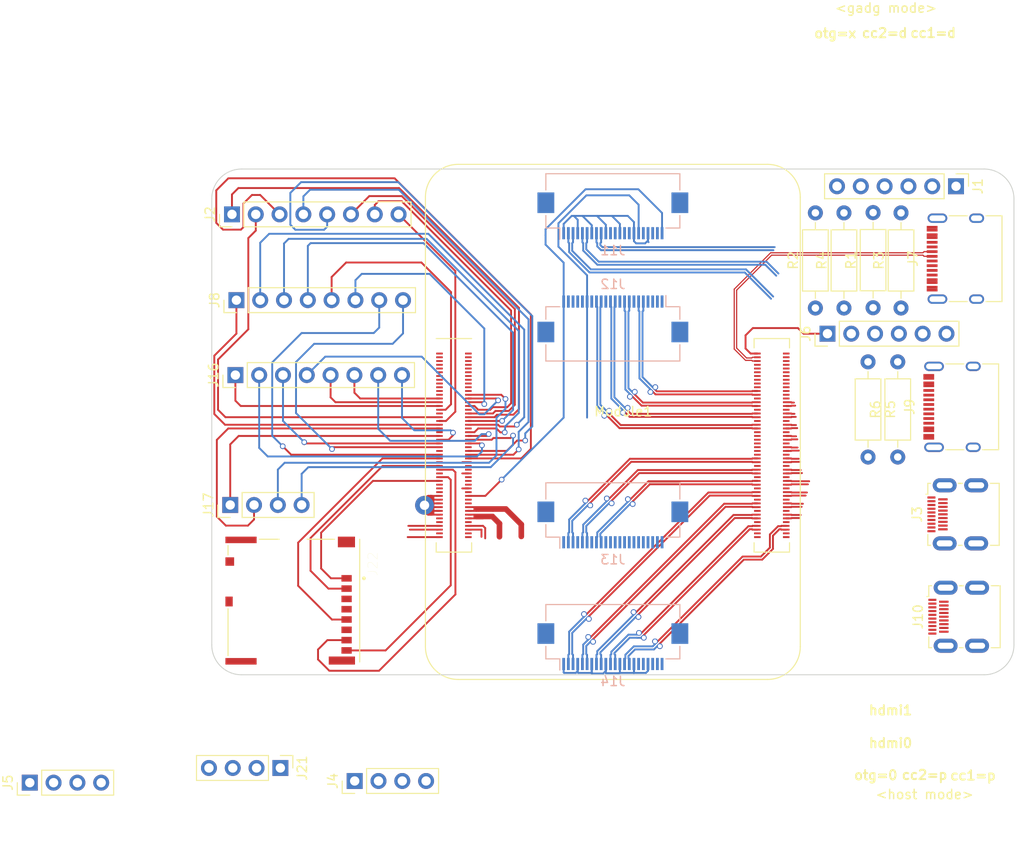
<source format=kicad_pcb>
(kicad_pcb (version 20241229) (generator "pcbnew") (generator_version "9.0")
  (layers (0 "F.Cu" signal) (2 "B.Cu" signal) (13 "F.Paste" user) (15 "B.Paste" user) (5 "F.SilkS" user "F.Silkscreen") (7 "B.SilkS" user "B.Silkscreen") (1 "F.Mask" user) (3 "B.Mask" user) (25 "Edge.Cuts" user))
  (net 0 "")
  (net 1 "GND")
  (net 2 "+5V")
  (net 18 "+1V8")
  (net 19 "SD_CLK")
  (net 33 "gpio16")
  (net 34 "gpio0")
  (net 35 "gpio17")
  (net 36 "gpio1")
  (net 37 "gpio18")
  (net 38 "gpio2")
  (net 39 "gpio19")
  (net 40 "gpio3")
  (net 41 "gpio20")
  (net 42 "gpio4")
  (net 43 "gpio21")
  (net 44 "gpio5")
  (net 45 "gpio22")
  (net 46 "gpio6")
  (net 47 "gpio23")
  (net 48 "gpio7")
  (net 49 "gpio24")
  (net 50 "gpio8")
  (net 51 "gpio25")
  (net 52 "gpio9")
  (net 53 "gpio26")
  (net 54 "gpio10")
  (net 55 "gpio27")
  (net 56 "gpio11")
  (net 57 "gpio12")
  (net 58 "gpio13")
  (net 59 "hdmi1_sda")
  (net 60 "hdmi1_scl")
  (net 61 "hdmi1_cec")
  (net 62 "hdmi1_tx2_P")
  (net 63 "hdmi1_tx2_N")
  (net 64 "hdmi1_tx1_P")
  (net 65 "hdmi1_tx1_N")
  (net 66 "hdmi0_tx2_P")
  (net 67 "hdmi1_tx0_N")
  (net 68 "hdmi1_clk_P")
  (net 69 "gpio14")
  (net 70 "gpio15")
  (net 71 "cc1")
  (net 72 "cc2")
  (net 74 "hdmi1_clk_N")
  (net 75 "analog0")
  (net 76 "analog1")
  (net 77 "pwrled")
  (net 78 "actled")
  (net 79 "eGLOBAL")
  (net 80 "nRPIBOOT")
  (net 81 "hdmi0_scl")
  (net 82 "hdmi0_sda")
  (net 83 "otg")
  (net 84 "USB_N")
  (net 85 "USB_P")
  (net 86 "hdmi1_plug")
  (net 87 "hdmi0_plug")
  (net 88 "+3V3")
  (net 89 "hdmi0_cec")
  (net 90 "hdmi0_tx2_N")
  (net 91 "hdmi0_tx1_P")
  (net 92 "hdmi0_tx1_N")
  (net 93 "hdmi0_tx0_P")
  (net 94 "hdmi0_tx0_N")
  (net 95 "hdmi0_clk_P")
  (net 96 "hdmi0_clk_N")
  (net 97 "hdmi1_tx0_P")
  (net 98 "cam0_d0_N")
  (net 99 "cam0_d0_P")
  (net 100 "cam0_d1_N")
  (net 101 "cam0_d1_P")
  (net 102 "cam0_c_N")
  (net 103 "cam0_c_P")
  (net 109 "cam_gpio")
  (net 110 "scl1")
  (net 111 "cam1_d1_N")
  (net 112 "cam1_d1_P")
  (net 113 "cam1_c_N")
  (net 114 "cam1_c_P")
  (net 115 "cam1_d2_N")
  (net 116 "cam1_d2_P")
  (net 117 "cam1_d3_N")
  (net 118 "cam1_d3_P")
  (net 119 "dsi0_d0_N")
  (net 120 "dsi0_d0_P")
  (net 121 "dsi0_d1_N")
  (net 122 "dsi0_d1_P")
  (net 123 "dsi0_c_N")
  (net 124 "dsi0_c_P")
  (net 125 "dsi1_d0_N")
  (net 126 "dsi1_d0_P")
  (net 127 "dsi1_d1_N")
  (net 128 "dsi1_d1_P")
  (net 129 "dsi1_c_N")
  (net 130 "dsi1_c_P")
  (net 131 "dsi1_d2_N")
  (net 132 "dsi1_d2_P")
  (net 133 "dsi1_d3_N")
  (net 134 "dsi1_d3_P")
  (net 136 "cam1_d0_N")
  (net 137 "cam1_d0_P")
  (net 139 "sda1")
  (net 140 "scl0")
  (net 151 "Net-(J1-Pad3)")
  (net 152 "Net-(J1-Pad5)")
  (net 153 "sda0")
  (net 154 "SD_DAT3")
  (net 155 "SD_CMD")
  (net 156 "SD_DAT0")
  (net 157 "SD_DAT5")
  (net 158 "SD_DAT1")
  (net 159 "SD_DAT4")
  (net 160 "SD_DAT2")
  (net 161 "SD_DAT7")
  (net 162 "SD_DAT6")
  (net 163 "SD_VDD_override")
  (net 164 "SD_PWR_ON")
  (net 165 "nWIFI")
  (net 166 "nBT")
  (net 167 "RUN_PG")
  (net 168 "nEXTRST")
  (net 169 "Net-(J6-Pad3)")
  (net 170 "Net-(J6-Pad5)")
  (net 173 "Net-(J9-PadB5)")
  (net 179 "Net-(J9-PadA5)")
  (footprint "Connector_PinHeader_2.54mm:PinHeader_1x06_P2.54mm_Vertical" (layer "F.Cu") (at 136.62 47.84 -90)
    (property "Reference" "J1")
    (property "Value" "Conn_01x06_Male")
  )
  (footprint "Connector_USB:USB_C_Receptacle_XKB_U262-16XN-4BVC11" (layer "F.Cu") (at 137.38 71.39 90)
    (property "Reference" "J9")
    (property "Value" "USB_C_Receptacle_USB2.0")
  )
  (footprint "Resistor_THT:R_Axial_DIN0207_L6.3mm_D2.5mm_P10.16mm_Horizontal" (layer "F.Cu") (at 121.61 60.84 90)
    (property "Reference" "R2")
    (property "Value" "5.1k")
  )
  (footprint "Resistor_THT:R_Axial_DIN0207_L6.3mm_D2.5mm_P10.16mm_Horizontal" (layer "F.Cu") (at 130.75 60.84 90)
    (property "Reference" "R3")
    (property "Value" "22k")
  )
  (footprint "Connector_PinHeader_2.54mm:PinHeader_1x04_P2.54mm_Vertical" (layer "F.Cu") (at 59.17 81.87 90)
    (property "Reference" "J17")
    (property "Value" "Conn_01x04_Male")
  )
  (footprint "Connector_USB:USB_C_Receptacle_XKB_U262-16XN-4BVC11" (layer "F.Cu") (at 137.74 55.57 90)
    (property "Reference" "J7")
    (property "Value" "USB_C_Receptacle_USB2.0")
  )
  (footprint "Connector_HDMI:HDMI_Micro-D_Molex_46765-1x01" (layer "F.Cu") (at 138.77 82.87 90)
    (property "Reference" "J3")
    (property "Value" "HDMI_A_1.4")
  )
  (footprint "Connector_PinHeader_2.54mm:PinHeader_1x08_P2.54mm_Vertical" (layer "F.Cu") (at 59.83 60 90)
    (property "Reference" "J8")
    (property "Value" "Conn_01x08_Male")
  )
  (footprint "Resistor_THT:R_Axial_DIN0207_L6.3mm_D2.5mm_P10.16mm_Horizontal" (layer "F.Cu") (at 127.77 60.81 90)
    (property "Reference" "R1")
    (property "Value" "22k")
  )
  (footprint "Resistor_THT:R_Axial_DIN0207_L6.3mm_D2.5mm_P10.16mm_Horizontal" (layer "F.Cu") (at 127.23 66.59 -90)
    (property "Reference" "R5")
    (property "Value" "5.1k")
  )
  (footprint "Connector_PinHeader_2.54mm:PinHeader_1x04_P2.54mm_Vertical" (layer "F.Cu") (at 37.78 111.52 90)
    (property "Reference" "J5")
    (property "Value" "Conn_01x04_Male")
  )
  (footprint "Connector_PinHeader_2.54mm:PinHeader_1x04_P2.54mm_Vertical" (layer "F.Cu") (at 64.52 109.95 -90)
    (property "Reference" "J21")
    (property "Value" "Conn_01x04_Male")
  )
  (footprint "Resistor_THT:R_Axial_DIN0207_L6.3mm_D2.5mm_P10.16mm_Horizontal" (layer "F.Cu") (at 124.66 60.84 90)
    (property "Reference" "R4")
    (property "Value" "5.1k")
  )
  (footprint "Connector_PinHeader_2.54mm:PinHeader_1x08_P2.54mm_Vertical" (layer "F.Cu") (at 59.72 68 90)
    (property "Reference" "J16")
    (property "Value" "Conn_01x08_Male")
  )
  (footprint "Connector_PinHeader_2.54mm:PinHeader_1x06_P2.54mm_Vertical" (layer "F.Cu") (at 122.9 63.58 90)
    (property "Reference" "J6")
    (property "Value" "Conn_01x06_Male")
  )
  (footprint "CM4IO:Raspberry-Pi-4-Compute-Module" (layer "F.Cu") (at 83.5 97)
    (property "Reference" "Module1")
    (property "Value" "ComputeModule4-CM4")
  )
  (footprint "Resistor_THT:R_Axial_DIN0207_L6.3mm_D2.5mm_P10.16mm_Horizontal" (layer "F.Cu") (at 130.4 76.75 90)
    (property "Reference" "R6")
    (property "Value" "5.1k")
  )
  (footprint "Connector_PinHeader_2.54mm:PinHeader_1x04_P2.54mm_Vertical" (layer "F.Cu") (at 72.45 111.34 90)
    (property "Reference" "J4")
    (property "Value" "Conn_01x04_Male")
  )
  (footprint "Connector_PinHeader_2.54mm:PinHeader_1x08_P2.54mm_Vertical" (layer "F.Cu") (at 59.355 50.84 90)
    (property "Reference" "J2")
    (property "Value" "Conn_01x08_Male")
  )
  (footprint "CM4IO:SDCARD_MOLEX_503398-1892" (layer "F.Cu") (at 65.96 92.08 -90)
    (property "Reference" "J22")
    (property "Value" "Micro_SD_Card_Det")
  )
  (footprint "Connector_HDMI:HDMI_Micro-D_Molex_46765-1x01" (layer "F.Cu") (at 138.87 93.8 90)
    (property "Reference" "J10")
    (property "Value" "HDMI_A_1.4")
  )
  (footprint "Connector_FFC-FPC:Hirose_FH12-22S-0.5SH_1x22-1MP_P0.50mm_Horizontal" (layer "B.Cu") (at 100 51)
    (property "Reference" "J11")
    (property "Value" "Conn_01x22_Female")
  )
  (footprint "Connector_FFC-FPC:Hirose_FH12-22S-0.5SH_1x22-1MP_P0.50mm_Horizontal" (layer "B.Cu") (at 100 84)
    (property "Reference" "J13")
    (property "Value" "Conn_01x22_Female")
  )
  (footprint "Connector_FFC-FPC:Hirose_FH12-22S-0.5SH_1x22-1MP_P0.50mm_Horizontal" (layer "B.Cu") (at 100 97)
    (property "Reference" "J14")
    (property "Value" "Conn_01x22_Female")
  )
  (footprint "Connector_FFC-FPC:Hirose_FH12-22S-0.5SH_1x22-1MP_P0.50mm_Horizontal" (layer "B.Cu") (at 100 62 180)
    (property "Reference" "J12")
    (property "Value" "Conn_01x22_Female")
  )
  (gr_arc (start 60.38 100) (mid 58.131403 99.0686) (end 57.200003 96.820003) (stroke (width 0.1)) (layer "Edge.Cuts"))
  (gr_line (start 142.8 49.18) (end 142.8 96.82) (stroke (width 0.1)) (layer "Edge.Cuts"))
  (gr_arc (start 139.62 46) (mid 141.868597 46.9314) (end 142.799997 49.179997) (stroke (width 0.1)) (layer "Edge.Cuts"))
  (gr_line (start 57.2 49.18) (end 57.2 96.82) (stroke (width 0.1)) (layer "Edge.Cuts"))
  (gr_arc (start 57.2 49.18) (mid 58.1314 46.931403) (end 60.379997 46.000003) (stroke (width 0.1)) (layer "Edge.Cuts"))
  (gr_arc (start 142.800003 96.820003) (mid 141.8686 99.068602) (end 139.62 100) (stroke (width 0.1)) (layer "Edge.Cuts"))
  (gr_line (start 60.38 100) (end 139.62 100) (stroke (width 0.1)) (layer "Edge.Cuts"))
  (gr_line (start 139.62 46) (end 60.38 46) (stroke (width 0.1)) (layer "Edge.Cuts"))
  (gr_text "cc2=p" (at 133.26 110.69 0) (layer "F.SilkS") (effects (font (size 1 1) (thickness 0.2))))
  (gr_text "<gadg mode>" (at 129.15 28.8 0) (layer "F.SilkS") (effects (font (size 1 1))))
  (gr_text "cc1=p" (at 138.43 110.75 0) (layer "F.SilkS") (effects (font (size 1 1) (thickness 0.2))))
  (gr_text "otg=0" (at 128.06 110.72 0) (layer "F.SilkS") (effects (font (size 1 1) (thickness 0.2))))
  (gr_text "cc1=d" (at 134.18 31.47 0) (layer "F.SilkS") (effects (font (size 1 1) (thickness 0.2))))
  (gr_text "hdmi0\n" (at 129.63 107.29 0) (layer "F.SilkS") (effects (font (size 1 1) (thickness 0.2))))
  (gr_text "<host mode>" (at 133.27 112.77 0) (layer "F.SilkS") (effects (font (size 1 1))))
  (gr_text "otg=x" (at 123.73 31.51 0) (layer "F.SilkS") (effects (font (size 1 1) (thickness 0.2))))
  (gr_text "hdmi1" (at 129.63 103.79 0) (layer "F.SilkS") (effects (font (size 1 1) (thickness 0.2))))
  (gr_text "cc2=d" (at 129 31.48 0) (layer "F.SilkS") (effects (font (size 1 1) (thickness 0.2))))
  (segment (start 83.930978 80.1) (end 84.58 80.1) (width 0.2) (layer "F.Cu") (net 1))
  (segment (start 83.930978 78.5) (end 84.58 78.5) (width 0.2) (layer "F.Cu") (net 1))
  (segment (start 83.930978 77.3) (end 84.58 77.3) (width 0.2) (layer "F.Cu") (net 1))
  (segment (start 97.75 99.86) (end 98.969511 99.86) (width 0.2) (layer "B.Cu") (net 1))
  (segment (start 99.89 51) (end 100.75 51.86) (width 0.2) (layer "B.Cu") (net 1))
  (segment (start 95.83 51) (end 96.25 51.42) (width 0.2) (layer "B.Cu") (net 1))
  (segment (start 95.83 51) (end 96.75 51) (width 0.2) (layer "B.Cu") (net 1))
  (segment (start 99.25 99.82) (end 99.26 99.83) (width 0.2) (layer "B.Cu") (net 1))
  (segment (start 102.260489 99.799511) (end 103.53 99.799511) (width 0.2) (layer "B.Cu") (net 1))
  (segment (start 94.75 51.86) (end 95.61 51) (width 0.2) (layer "B.Cu") (net 1))
  (segment (start 100.75 99.749022) (end 100.75 98.85) (width 0.2) (layer "B.Cu") (net 1))
  (segment (start 99.25 98.85) (end 99.25 99.82) (width 0.2) (layer "B.Cu") (net 1))
  (segment (start 102.25 52.85) (end 102.25 53.7) (width 0.2) (layer "B.Cu") (net 1))
  (segment (start 97.75 99.749022) (end 97.75 98.85) (width 0.2) (layer "B.Cu") (net 1))
  (segment (start 98.299022 51) (end 99.89 51) (width 0.2) (layer "B.Cu") (net 1))
  (segment (start 102.25 51.66) (end 102.25 52.85) (width 0.2) (layer "B.Cu") (net 1))
  (segment (start 103.75 53.749022) (end 103.810978 53.81) (width 0.2) (layer "B.Cu") (net 1))
  (segment (start 102.25 99.789022) (end 102.260489 99.799511) (width 0.2) (layer "B.Cu") (net 1))
  (segment (start 96.050489 99.799511) (end 96.25 99.6) (width 0.2) (layer "B.Cu") (net 1))
  (segment (start 97.699511 99.799511) (end 97.75 99.749022) (width 0.2) (layer "B.Cu") (net 1))
  (segment (start 103.53 99.799511) (end 103.75 99.579511) (width 0.2) (layer "B.Cu") (net 1))
  (segment (start 96.25 51.42) (end 96.25 52.85) (width 0.2) (layer "B.Cu") (net 1))
  (segment (start 100.75 51.86) (end 100.75 52.85) (width 0.2) (layer "B.Cu") (net 1))
  (segment (start 94.75 99.749022) (end 94.800489 99.799511) (width 0.2) (layer "B.Cu") (net 1))
  (segment (start 99.89 51) (end 101.59 51) (width 0.2) (layer "B.Cu") (net 1))
  (segment (start 102.25 98.85) (end 102.25 99.789022) (width 0.2) (layer "B.Cu") (net 1))
  (segment (start 100.669022 99.83) (end 100.75 99.749022) (width 0.2) (layer "B.Cu") (net 1))
  (segment (start 95.61 51) (end 95.83 51) (width 0.2) (layer "B.Cu") (net 1))
  (segment (start 98.969511 99.86) (end 99.25 99.579511) (width 0.2) (layer "B.Cu") (net 1))
  (segment (start 98.299022 51) (end 99.25 51.950978) (width 0.2) (layer "B.Cu") (net 1))
  (segment (start 103.44 53.93698) (end 103.75 53.62698) (width 0.2) (layer "B.Cu") (net 1))
  (segment (start 96.75 51) (end 97.75 52) (width 0.2) (layer "B.Cu") (net 1))
  (segment (start 103.75 52.85) (end 103.75 53.749022) (width 0.2) (layer "B.Cu") (net 1))
  (segment (start 99.25 99.579511) (end 99.25 98.85) (width 0.2) (layer "B.Cu") (net 1))
  (segment (start 96.75 51) (end 98.299022 51) (width 0.2) (layer "B.Cu") (net 1))
  (segment (start 94.75 52.85) (end 94.75 51.86) (width 0.2) (layer "B.Cu") (net 1))
  (segment (start 103.75 99.579511) (end 103.75 98.85) (width 0.2) (layer "B.Cu") (net 1))
  (segment (start 96.25 99.749022) (end 96.300489 99.799511) (width 0.2) (layer "B.Cu") (net 1))
  (segment (start 102.48698 53.93698) (end 103.44 53.93698) (width 0.2) (layer "B.Cu") (net 1))
  (segment (start 97.75 52) (end 97.75 52.85) (width 0.2) (layer "B.Cu") (net 1))
  (segment (start 96.300489 99.799511) (end 97.699511 99.799511) (width 0.2) (layer "B.Cu") (net 1))
  (segment (start 94.800489 99.799511) (end 96.050489 99.799511) (width 0.2) (layer "B.Cu") (net 1))
  (segment (start 96.25 98.85) (end 96.25 99.749022) (width 0.2) (layer "B.Cu") (net 1))
  (segment (start 100.75 99.749022) (end 100.800489 99.799511) (width 0.2) (layer "B.Cu") (net 1))
  (segment (start 102.25 53.7) (end 102.48698 53.93698) (width 0.2) (layer "B.Cu") (net 1))
  (segment (start 102.199511 99.799511) (end 102.25 99.749022) (width 0.2) (layer "B.Cu") (net 1))
  (segment (start 99.25 51.950978) (end 99.25 52.85) (width 0.2) (layer "B.Cu") (net 1))
  (segment (start 102.25 99.749022) (end 102.25 98.85) (width 0.2) (layer "B.Cu") (net 1))
  (segment (start 99.26 99.83) (end 100.669022 99.83) (width 0.2) (layer "B.Cu") (net 1))
  (segment (start 96.25 99.6) (end 96.25 98.85) (width 0.2) (layer "B.Cu") (net 1))
  (segment (start 101.59 51) (end 102.25 51.66) (width 0.2) (layer "B.Cu") (net 1))
  (segment (start 94.75 98.85) (end 94.75 99.749022) (width 0.2) (layer "B.Cu") (net 1))
  (segment (start 100.800489 99.799511) (end 102.199511 99.799511) (width 0.2) (layer "B.Cu") (net 1))
  (segment (start 103.75 53.62698) (end 103.75 52.85) (width 0.2) (layer "B.Cu") (net 1))
  (segment (start 97.75 98.85) (end 97.75 99.86) (width 0.2) (layer "B.Cu") (net 1))
  (segment (start 80.32 82.7) (end 80.66 82.7) (width 0.6) (layer "F.Cu") (net 2))
  (segment (start 80.32 81.1) (end 80.66 81.1) (width 0.6) (layer "F.Cu") (net 2))
  (segment (start 79.9 81.9) (end 79.9 81.52) (width 0.6) (layer "F.Cu") (net 2))
  (segment (start 81.5 82.9) (end 80.52 82.9) (width 0.2) (layer "F.Cu") (net 2))
  (segment (start 81.5 81.7) (end 80 81.7) (width 0.2) (layer "F.Cu") (net 2))
  (segment (start 79.9 81.9) (end 80.26 81.9) (width 0.6) (layer "F.Cu") (net 2))
  (segment (start 80.3 82.3) (end 80.66 82.3) (width 0.6) (layer "F.Cu") (net 2))
  (segment (start 79.9 82.28) (end 80.32 82.7) (width 0.6) (layer "F.Cu") (net 2))
  (segment (start 81.5 81.3) (end 80.21 81.3) (width 0.2) (layer "F.Cu") (net 2))
  (segment (start 81.5 82.1) (end 80.06 82.1) (width 0.2) (layer "F.Cu") (net 2))
  (segment (start 80.52 82.9) (end 80.32 82.7) (width 0.2) (layer "F.Cu") (net 2))
  (segment (start 80.66 81.9) (end 79.9 81.9) (width 0.6) (layer "F.Cu") (net 2))
  (segment (start 79.9 81.9) (end 80.3 81.5) (width 0.6) (layer "F.Cu") (net 2))
  (segment (start 81.5 82.5) (end 80.09 82.5) (width 0.2) (layer "F.Cu") (net 2))
  (segment (start 80.3 81.5) (end 80.66 81.5) (width 0.6) (layer "F.Cu") (net 2))
  (segment (start 81.5 80.9) (end 80.52 80.9) (width 0.2) (layer "F.Cu") (net 2))
  (segment (start 80.52 80.9) (end 80.32 81.1) (width 0.2) (layer "F.Cu") (net 2))
  (segment (start 79.9 81.9) (end 80.3 82.3) (width 0.6) (layer "F.Cu") (net 2))
  (segment (start 79.9 81.52) (end 80.32 81.1) (width 0.6) (layer "F.Cu") (net 2))
  (via (at 79.9 81.9) (size 2) (drill 1) (layers "F.Cu" "B.Cu") (net 2))
  (segment (start 84.58 83.3) (end 86.17 83.3) (width 0.2) (layer "F.Cu") (net 18))
  (segment (start 84.58 82.9) (end 86.17 82.9) (width 0.2) (layer "F.Cu") (net 18))
  (segment (start 85.42 83.1) (end 87.15 83.1) (width 0.6) (layer "F.Cu") (net 18))
  (segment (start 87.15 83.1) (end 87.9 83.85) (width 0.6) (layer "F.Cu") (net 18))
  (segment (start 87.9 83.85) (end 87.9 85.26) (width 0.6) (layer "F.Cu") (net 18))
  (segment (start 75.41 76.9) (end 81.5 76.9) (width 0.2) (layer "F.Cu") (net 19))
  (segment (start 66.42 85.89) (end 75.41 76.9) (width 0.2) (layer "F.Cu") (net 19))
  (segment (start 66.42 90.5) (end 66.42 85.89) (width 0.2) (layer "F.Cu") (net 19))
  (segment (start 70.02 94.1) (end 66.42 90.5) (width 0.2) (layer "F.Cu") (net 19))
  (segment (start 71.585 94.1) (end 70.02 94.1) (width 0.2) (layer "F.Cu") (net 19))
  (segment (start 81.5 71.3) (end 60.29 71.3) (width 0.2) (layer "F.Cu") (net 33))
  (segment (start 60.29 71.3) (end 59.72 70.73) (width 0.2) (layer "F.Cu") (net 33))
  (segment (start 59.72 70.73) (end 59.72 68) (width 0.2) (layer "F.Cu") (net 33))
  (segment (start 87.635966 72.22904) (end 87.365006 72.5) (width 0.2) (layer "F.Cu") (net 34))
  (segment (start 59.355 48.715) (end 60.04 48.03) (width 0.2) (layer "F.Cu") (net 34))
  (segment (start 60.04 48.03) (end 77.184994 48.03) (width 0.2) (layer "F.Cu") (net 34))
  (segment (start 59.355 50.84) (end 59.355 48.715) (width 0.2) (layer "F.Cu") (net 34))
  (segment (start 89.98 60.825006) (end 89.98 71.63) (width 0.2) (layer "F.Cu") (net 34))
  (segment (start 89.38096 72.22904) (end 87.635966 72.22904) (width 0.2) (layer "F.Cu") (net 34))
  (segment (start 89.98 71.63) (end 89.38096 72.22904) (width 0.2) (layer "F.Cu") (net 34))
  (segment (start 77.184994 48.03) (end 89.98 60.825006) (width 0.2) (layer "F.Cu") (net 34))
  (segment (start 87.365006 72.5) (end 84.58 72.5) (width 0.2) (layer "F.Cu") (net 34))
  (segment (start 85.8295 75.3) (end 86.03 75.5005) (width 0.2) (layer "F.Cu") (net 35))
  (segment (start 84.58 75.3) (end 85.8295 75.3) (width 0.2) (layer "F.Cu") (net 35))
  (via (at 86.03 75.5005) (size 0.6) (drill 0.4) (layers "F.Cu" "B.Cu") (net 35))
  (segment (start 85.5 76.69) (end 86.03 76.16) (width 0.2) (layer "B.Cu") (net 35))
  (segment (start 62.26 68) (end 62.26 75.78) (width 0.2) (layer "B.Cu") (net 35))
  (segment (start 63.17 76.69) (end 85.5 76.69) (width 0.2) (layer "B.Cu") (net 35))
  (segment (start 86.03 76.16) (end 86.03 75.5005) (width 0.2) (layer "B.Cu") (net 35))
  (segment (start 62.26 75.78) (end 63.17 76.69) (width 0.2) (layer "B.Cu") (net 35))
  (segment (start 57.86952 71.70952) (end 57.86952 66.34048) (width 0.2) (layer "F.Cu") (net 36))
  (segment (start 57.86952 66.34048) (end 61.1 63.11) (width 0.2) (layer "F.Cu") (net 36))
  (segment (start 61.1 63.11) (end 61.1 53.37) (width 0.2) (layer "F.Cu") (net 36))
  (segment (start 81.5 72.5) (end 58.66 72.5) (width 0.2) (layer "F.Cu") (net 36))
  (segment (start 61.895 52.575) (end 61.895 50.84) (width 0.2) (layer "F.Cu") (net 36))
  (segment (start 61.1 53.37) (end 61.895 52.575) (width 0.2) (layer "F.Cu") (net 36))
  (segment (start 58.66 72.5) (end 57.86952 71.70952) (width 0.2) (layer "F.Cu") (net 36))
  (segment (start 67.2 75.3) (end 81.5 75.3) (width 0.2) (layer "F.Cu") (net 37))
  (segment (start 67.07 75.17) (end 67.2 75.3) (width 0.2) (layer "F.Cu") (net 37))
  (via (at 67.07 75.17) (size 0.6) (drill 0.4) (layers "F.Cu" "B.Cu") (net 37))
  (segment (start 64.8 68) (end 64.8 72.9) (width 0.2) (layer "B.Cu") (net 37))
  (segment (start 64.8 72.9) (end 67.07 75.17) (width 0.2) (layer "B.Cu") (net 37))
  (segment (start 57.68 51.75) (end 57.68 48.28) (width 0.2) (layer "F.Cu") (net 38))
  (segment (start 91.25 61.53) (end 91.25 75.88) (width 0.2) (layer "F.Cu") (net 38))
  (segment (start 58.97 46.99) (end 76.71 46.99) (width 0.2) (layer "F.Cu") (net 38))
  (segment (start 91.25 75.88) (end 90.23 76.9) (width 0.2) (layer "F.Cu") (net 38))
  (segment (start 60.58 52.2) (end 60.31 52.47) (width 0.2) (layer "F.Cu") (net 38))
  (segment (start 60.31 52.47) (end 58.4 52.47) (width 0.2) (layer "F.Cu") (net 38))
  (segment (start 58.4 52.47) (end 57.68 51.75) (width 0.2) (layer "F.Cu") (net 38))
  (segment (start 90.23 76.9) (end 84.58 76.9) (width 0.2) (layer "F.Cu") (net 38))
  (segment (start 76.71 46.99) (end 91.25 61.53) (width 0.2) (layer "F.Cu") (net 38))
  (segment (start 57.68 48.28) (end 58.97 46.99) (width 0.2) (layer "F.Cu") (net 38))
  (segment (start 61.49 48.77) (end 60.58 49.68) (width 0.2) (layer "F.Cu") (net 38))
  (segment (start 64.435 50.84) (end 62.365 48.77) (width 0.2) (layer "F.Cu") (net 38))
  (segment (start 62.365 48.77) (end 61.49 48.77) (width 0.2) (layer "F.Cu") (net 38))
  (segment (start 60.58 49.68) (end 60.58 52.2) (width 0.2) (layer "F.Cu") (net 38))
  (segment (start 87.755462 70.70036) (end 87.554622 70.49952) (width 0.2) (layer "F.Cu") (net 39))
  (segment (start 84.58048 70.49952) (end 84.58 70.5) (width 0.2) (layer "F.Cu") (net 39))
  (segment (start 87.554622 70.49952) (end 84.58048 70.49952) (width 0.2) (layer "F.Cu") (net 39))
  (via (at 87.755462 70.70036) (size 0.6) (drill 0.4) (layers "F.Cu" "B.Cu") (net 39))
  (segment (start 79.6 66.03) (end 85.76 72.19) (width 0.2) (layer "B.Cu") (net 39))
  (segment (start 85.76 72.19) (end 86.265822 72.19) (width 0.2) (layer "B.Cu") (net 39))
  (segment (start 86.265822 72.19) (end 87.755462 70.70036) (width 0.2) (layer "B.Cu") (net 39))
  (segment (start 67.34 68) (end 69.31 66.03) (width 0.2) (layer "B.Cu") (net 39))
  (segment (start 69.31 66.03) (end 79.6 66.03) (width 0.2) (layer "B.Cu") (net 39))
  (segment (start 84.58 76.5) (end 89.04 76.5) (width 0.2) (layer "F.Cu") (net 40))
  (segment (start 89.39 76.5) (end 89.04 76.5) (width 0.2) (layer "F.Cu") (net 40))
  (segment (start 89.95 75.94) (end 89.39 76.5) (width 0.2) (layer "F.Cu") (net 40))
  (via (at 89.95 75.94) (size 0.6) (drill 0.4) (layers "F.Cu" "B.Cu") (net 40))
  (segment (start 91.00048 73.01) (end 89.95 74.06048) (width 0.2) (layer "B.Cu") (net 40))
  (segment (start 89.95 74.06048) (end 89.95 75.94) (width 0.2) (layer "B.Cu") (net 40))
  (segment (start 91.00048 62.05048) (end 91.00048 73.01) (width 0.2) (layer "B.Cu") (net 40))
  (segment (start 66.975 48.925) (end 67.69 48.21) (width 0.2) (layer "B.Cu") (net 40))
  (segment (start 66.975 50.84) (end 66.975 48.925) (width 0.2) (layer "B.Cu") (net 40))
  (segment (start 67.69 48.21) (end 77.16 48.21) (width 0.2) (layer "B.Cu") (net 40))
  (segment (start 77.16 48.21) (end 91.00048 62.05048) (width 0.2) (layer "B.Cu") (net 40))
  (segment (start 70.4 70.9) (end 69.88 70.38) (width 0.2) (layer "F.Cu") (net 41))
  (segment (start 81.5 70.9) (end 70.4 70.9) (width 0.2) (layer "F.Cu") (net 41))
  (segment (start 69.88 70.38) (end 69.88 68) (width 0.2) (layer "F.Cu") (net 41))
  (segment (start 90.6505 74.99) (end 89.78 74.99) (width 0.2) (layer "F.Cu") (net 42))
  (segment (start 89.78 74.99) (end 88.67 76.1) (width 0.2) (layer "F.Cu") (net 42))
  (segment (start 88.67 76.1) (end 84.58 76.1) (width 0.2) (layer "F.Cu") (net 42))
  (via (at 90.6505 74.99) (size 0.6) (drill 0.4) (layers "F.Cu" "B.Cu") (net 42))
  (segment (start 65.584511 51.944511) (end 65.584511 48.545489) (width 0.2) (layer "B.Cu") (net 42))
  (segment (start 69.515 50.84) (end 69.515 52.155) (width 0.2) (layer "B.Cu") (net 42))
  (segment (start 69.515 52.155) (end 69.19 52.48) (width 0.2) (layer "B.Cu") (net 42))
  (segment (start 65.584511 48.545489) (end 66.73 47.4) (width 0.2) (layer "B.Cu") (net 42))
  (segment (start 91.4 73.48) (end 90.6505 74.2295) (width 0.2) (layer "B.Cu") (net 42))
  (segment (start 66.12 52.48) (end 65.584511 51.944511) (width 0.2) (layer "B.Cu") (net 42))
  (segment (start 66.73 47.4) (end 77.1 47.4) (width 0.2) (layer "B.Cu") (net 42))
  (segment (start 91.4 61.7) (end 91.4 73.48) (width 0.2) (layer "B.Cu") (net 42))
  (segment (start 77.1 47.4) (end 91.4 61.7) (width 0.2) (layer "B.Cu") (net 42))
  (segment (start 69.19 52.48) (end 66.12 52.48) (width 0.2) (layer "B.Cu") (net 42))
  (segment (start 90.6505 74.2295) (end 90.6505 74.99) (width 0.2) (layer "B.Cu") (net 42))
  (segment (start 72.42 69.88) (end 73.04 70.5) (width 0.2) (layer "F.Cu") (net 43))
  (segment (start 72.42 68) (end 72.42 69.88) (width 0.2) (layer "F.Cu") (net 43))
  (segment (start 73.04 70.5) (end 81.5 70.5) (width 0.2) (layer "F.Cu") (net 43))
  (segment (start 74.005 48.89) (end 72.055 50.84) (width 0.2) (layer "F.Cu") (net 44))
  (segment (start 77.479988 48.89) (end 74.005 48.89) (width 0.2) (layer "F.Cu") (net 44))
  (segment (start 88.885486 71.82952) (end 89.539999 71.175007) (width 0.2) (layer "F.Cu") (net 44))
  (segment (start 87.47048 71.82952) (end 88.885486 71.82952) (width 0.2) (layer "F.Cu") (net 44))
  (segment (start 87.2 72.1) (end 87.47048 71.82952) (width 0.2) (layer "F.Cu") (net 44))
  (segment (start 84.58 72.1) (end 87.2 72.1) (width 0.2) (layer "F.Cu") (net 44))
  (segment (start 89.539999 71.175007) (end 89.54 60.950012) (width 0.2) (layer "F.Cu") (net 44))
  (segment (start 89.54 60.950012) (end 77.479988 48.89) (width 0.2) (layer "F.Cu") (net 44))
  (segment (start 84.58048 74.50048) (end 84.58 74.5) (width 0.2) (layer "F.Cu") (net 45))
  (segment (start 86.75 74.29902) (end 86.54902 74.5) (width 0.2) (layer "F.Cu") (net 45))
  (segment (start 86.54902 74.5) (end 84.58 74.5) (width 0.2) (layer "F.Cu") (net 45))
  (via (at 86.75 74.29902) (size 0.6) (drill 0.4) (layers "F.Cu" "B.Cu") (net 45))
  (segment (start 85.27 75.02) (end 76.24 75.02) (width 0.2) (layer "B.Cu") (net 45))
  (segment (start 74.96 73.74) (end 74.96 68) (width 0.2) (layer "B.Cu") (net 45))
  (segment (start 85.99098 74.29902) (end 85.27 75.02) (width 0.2) (layer "B.Cu") (net 45))
  (segment (start 86.75 74.29902) (end 85.99098 74.29902) (width 0.2) (layer "B.Cu") (net 45))
  (segment (start 76.24 75.02) (end 74.96 73.74) (width 0.2) (layer "B.Cu") (net 45))
  (segment (start 86.921469 71.698531) (end 85.627553 71.698531) (width 0.2) (layer "F.Cu") (net 46))
  (segment (start 85.229022 71.3) (end 84.58 71.3) (width 0.2) (layer "F.Cu") (net 46))
  (segment (start 85.627553 71.698531) (end 85.229022 71.3) (width 0.2) (layer "F.Cu") (net 46))
  (segment (start 88.72 71.43) (end 87.19 71.43) (width 0.2) (layer "F.Cu") (net 46))
  (segment (start 77.464982 49.44) (end 89.14048 61.115498) (width 0.2) (layer "F.Cu") (net 46))
  (segment (start 87.19 71.43) (end 86.921469 71.698531) (width 0.2) (layer "F.Cu") (net 46))
  (segment (start 89.14048 61.115498) (end 89.14048 71.00952) (width 0.2) (layer "F.Cu") (net 46))
  (segment (start 74.99 49.44) (end 77.464982 49.44) (width 0.2) (layer "F.Cu") (net 46))
  (segment (start 89.14048 71.00952) (end 88.72 71.43) (width 0.2) (layer "F.Cu") (net 46))
  (segment (start 74.595 50.84) (end 74.595 49.835) (width 0.2) (layer "F.Cu") (net 46))
  (segment (start 74.595 49.835) (end 74.99 49.44) (width 0.2) (layer "F.Cu") (net 46))
  (segment (start 82.94 74.43) (end 82.47 74.9) (width 0.2) (layer "F.Cu") (net 47))
  (segment (start 82.47 74.9) (end 81.5 74.9) (width 0.2) (layer "F.Cu") (net 47))
  (segment (start 82.94 74.15) (end 82.94 74.43) (width 0.2) (layer "F.Cu") (net 47))
  (via (at 82.94 74.15) (size 0.6) (drill 0.4) (layers "F.Cu" "B.Cu") (net 47))
  (segment (start 82.94 74.15) (end 82.69 73.9) (width 0.2) (layer "B.Cu") (net 47))
  (segment (start 78.82 73.9) (end 77.5 72.58) (width 0.2) (layer "B.Cu") (net 47))
  (segment (start 82.69 73.9) (end 78.82 73.9) (width 0.2) (layer "B.Cu") (net 47))
  (segment (start 77.5 72.58) (end 77.5 68) (width 0.2) (layer "B.Cu") (net 47))
  (segment (start 81.5 72.9) (end 82.195006 72.9) (width 0.2) (layer "F.Cu") (net 48))
  (segment (start 83.19 56.895) (end 77.135 50.84) (width 0.2) (layer "F.Cu") (net 48))
  (segment (start 81.5 72.9) (end 81.49952 72.90048) (width 0.2) (layer "F.Cu") (net 48))
  (segment (start 82.195006 72.9) (end 83.19 71.905006) (width 0.2) (layer "F.Cu") (net 48))
  (segment (start 83.19 71.905006) (end 83.19 56.895) (width 0.2) (layer "F.Cu") (net 48))
  (segment (start 59.17 81.87) (end 59.17 75.4) (width 0.2) (layer "F.Cu") (net 49))
  (segment (start 59.17 75.4) (end 60.07 74.5) (width 0.2) (layer "F.Cu") (net 49))
  (segment (start 60.07 74.5) (end 81.5 74.5) (width 0.2) (layer "F.Cu") (net 49))
  (segment (start 59.83 63.57) (end 57.47 65.93) (width 0.2) (layer "F.Cu") (net 50))
  (segment (start 58.61 73.3) (end 81.5 73.3) (width 0.2) (layer "F.Cu") (net 50))
  (segment (start 57.47 65.93) (end 57.47 72.16) (width 0.2) (layer "F.Cu") (net 50))
  (segment (start 57.47 72.16) (end 58.61 73.3) (width 0.2) (layer "F.Cu") (net 50))
  (segment (start 59.83 63.57) (end 59.83 60) (width 0.2) (layer "F.Cu") (net 50))
  (segment (start 61.71 81.87) (end 61.71 83.42) (width 0.2) (layer "F.Cu") (net 51))
  (segment (start 61.71 83.42) (end 61.06 84.07) (width 0.2) (layer "F.Cu") (net 51))
  (segment (start 57.74 83.11) (end 57.74 74.92) (width 0.2) (layer "F.Cu") (net 51))
  (segment (start 57.74 74.92) (end 58.96 73.7) (width 0.2) (layer "F.Cu") (net 51))
  (segment (start 58.7 84.07) (end 57.74 83.11) (width 0.2) (layer "F.Cu") (net 51))
  (segment (start 61.06 84.07) (end 58.7 84.07) (width 0.2) (layer "F.Cu") (net 51))
  (segment (start 58.96 73.7) (end 81.5 73.7) (width 0.2) (layer "F.Cu") (net 51))
  (segment (start 87.742162 73.3) (end 84.58 73.3) (width 0.2) (layer "F.Cu") (net 52))
  (segment (start 87.931673 73.489511) (end 87.742162 73.3) (width 0.2) (layer "F.Cu") (net 52))
  (segment (start 89.75 73.3) (end 89.560489 73.489511) (width 0.2) (layer "F.Cu") (net 52))
  (segment (start 89.560489 73.489511) (end 87.931673 73.489511) (width 0.2) (layer "F.Cu") (net 52))
  (via (at 89.75 73.3) (size 0.6) (drill 0.4) (layers "F.Cu" "B.Cu") (net 52))
  (segment (start 80.31 52.91) (end 63.33 52.91) (width 0.2) (layer "B.Cu") (net 52))
  (segment (start 89.75 73.3) (end 89.75 73.29) (width 0.2) (layer "B.Cu") (net 52))
  (segment (start 90.54 63.14) (end 80.31 52.91) (width 0.2) (layer "B.Cu") (net 52))
  (segment (start 90.54 72.5) (end 90.54 63.14) (width 0.2) (layer "B.Cu") (net 52))
  (segment (start 89.75 73.29) (end 90.54 72.5) (width 0.2) (layer "B.Cu") (net 52))
  (segment (start 63.33 52.91) (end 62.37 53.87) (width 0.2) (layer "B.Cu") (net 52))
  (segment (start 62.37 53.87) (end 62.37 60) (width 0.2) (layer "B.Cu") (net 52))
  (segment (start 88.089498 70.1) (end 84.58 70.1) (width 0.2) (layer "F.Cu") (net 53))
  (segment (start 88.54098 70.551482) (end 88.089498 70.1) (width 0.2) (layer "F.Cu") (net 53))
  (via (at 88.54098 70.551482) (size 0.6) (drill 0.4) (layers "F.Cu" "B.Cu") (net 53))
  (segment (start 64.98 77.36) (end 64.25 78.09) (width 0.2) (layer "B.Cu") (net 53))
  (segment (start 64.25 78.09) (end 64.25 81.87) (width 0.2) (layer "B.Cu") (net 53))
  (segment (start 88.54098 70.551482) (end 88.54098 71.59902) (width 0.2) (layer "B.Cu") (net 53))
  (segment (start 86.79 77.36) (end 64.98 77.36) (width 0.2) (layer "B.Cu") (net 53))
  (segment (start 88.54098 71.59902) (end 87.58 72.56) (width 0.2) (layer "B.Cu") (net 53))
  (segment (start 87.58 72.56) (end 87.58 76.57) (width 0.2) (layer "B.Cu") (net 53))
  (segment (start 87.58 76.57) (end 86.79 77.36) (width 0.2) (layer "B.Cu") (net 53))
  (segment (start 85.629502 73.69952) (end 85.229022 74.1) (width 0.2) (layer "F.Cu") (net 54))
  (segment (start 87.997156 74.12) (end 87.576676 73.69952) (width 0.2) (layer "F.Cu") (net 54))
  (segment (start 85.229022 74.1) (end 84.58 74.1) (width 0.2) (layer "F.Cu") (net 54))
  (segment (start 88.46 74.12) (end 87.997156 74.12) (width 0.2) (layer "F.Cu") (net 54))
  (segment (start 87.576676 73.69952) (end 85.629502 73.69952) (width 0.2) (layer "F.Cu") (net 54))
  (via (at 88.46 74.12) (size 0.6) (drill 0.4) (layers "F.Cu" "B.Cu") (net 54))
  (segment (start 88.500489 74.079511) (end 88.46 74.12) (width 0.2) (layer "B.Cu") (net 54))
  (segment (start 64.91 60) (end 64.91 53.95) (width 0.2) (layer "B.Cu") (net 54))
  (segment (start 65.41 53.45) (end 80.12 53.45) (width 0.2) (layer "B.Cu") (net 54))
  (segment (start 89.96 63.29) (end 89.96 72.03) (width 0.2) (layer "B.Cu") (net 54))
  (segment (start 89.96 72.03) (end 88.500489 73.489511) (width 0.2) (layer "B.Cu") (net 54))
  (segment (start 64.91 53.95) (end 65.41 53.45) (width 0.2) (layer "B.Cu") (net 54))
  (segment (start 80.12 53.45) (end 89.96 63.29) (width 0.2) (layer "B.Cu") (net 54))
  (segment (start 88.500489 73.489511) (end 88.500489 74.079511) (width 0.2) (layer "B.Cu") (net 54))
  (segment (start 87.07 74.9) (end 84.58 74.9) (width 0.2) (layer "F.Cu") (net 55))
  (segment (start 89.3505 74.458851) (end 89.089351 74.72) (width 0.2) (layer "F.Cu") (net 55))
  (segment (start 89.089351 74.72) (end 87.25 74.72) (width 0.2) (layer "F.Cu") (net 55))
  (segment (start 87.25 74.72) (end 87.07 74.9) (width 0.2) (layer "F.Cu") (net 55))
  (via (at 89.3505 74.458851) (size 0.6) (drill 0.4) (layers "F.Cu" "B.Cu") (net 55))
  (segment (start 89.3505 75.4495) (end 86.97 77.83) (width 0.2) (layer "B.Cu") (net 55))
  (segment (start 66.79 78.55) (end 66.79 81.87) (width 0.2) (layer "B.Cu") (net 55))
  (segment (start 89.3505 74.458851) (end 89.3505 75.4495) (width 0.2) (layer "B.Cu") (net 55))
  (segment (start 67.51 77.83) (end 66.79 78.55) (width 0.2) (layer "B.Cu") (net 55))
  (segment (start 86.97 77.83) (end 67.51 77.83) (width 0.2) (layer "B.Cu") (net 55))
  (segment (start 88.17 72.9) (end 84.58 72.9) (width 0.2) (layer "F.Cu") (net 56))
  (segment (start 88.18 72.89) (end 88.17 72.9) (width 0.2) (layer "F.Cu") (net 56))
  (via (at 88.18 72.89) (size 0.6) (drill 0.4) (layers "F.Cu" "B.Cu") (net 56))
  (segment (start 89.35 71.72) (end 89.35 63.47) (width 0.2) (layer "B.Cu") (net 56))
  (segment (start 88.18 72.89) (end 89.35 71.72) (width 0.2) (layer "B.Cu") (net 56))
  (segment (start 67.75 53.91) (end 67.45 54.21) (width 0.2) (layer "B.Cu") (net 56))
  (segment (start 89.35 63.47) (end 79.79 53.91) (width 0.2) (layer "B.Cu") (net 56))
  (segment (start 67.45 54.21) (end 67.45 60) (width 0.2) (layer "B.Cu") (net 56))
  (segment (start 79.79 53.91) (end 67.75 53.91) (width 0.2) (layer "B.Cu") (net 56))
  (segment (start 82.73 59.14) (end 82.73 71.119022) (width 0.2) (layer "F.Cu") (net 57))
  (segment (start 69.99 57.53) (end 71.54 55.98) (width 0.2) (layer "F.Cu") (net 57))
  (segment (start 69.99 60) (end 69.99 57.53) (width 0.2) (layer "F.Cu") (net 57))
  (segment (start 82.73 71.119022) (end 82.149022 71.7) (width 0.2) (layer "F.Cu") (net 57))
  (segment (start 82.149022 71.7) (end 81.5 71.7) (width 0.2) (layer "F.Cu") (net 57))
  (segment (start 79.57 55.98) (end 82.73 59.14) (width 0.2) (layer "F.Cu") (net 57))
  (segment (start 71.54 55.98) (end 79.57 55.98) (width 0.2) (layer "F.Cu") (net 57))
  (segment (start 86.28 71.09902) (end 86.08098 70.9) (width 0.2) (layer "F.Cu") (net 58))
  (segment (start 86.08098 70.9) (end 84.58 70.9) (width 0.2) (layer "F.Cu") (net 58))
  (via (at 86.28 71.09902) (size 0.6) (drill 0.4) (layers "F.Cu" "B.Cu") (net 58))
  (segment (start 72.53 60) (end 72.53 57.87) (width 0.2) (layer "B.Cu") (net 58))
  (segment (start 73.205 57.195) (end 80.445 57.195) (width 0.2) (layer "B.Cu") (net 58))
  (segment (start 86.28 63.03) (end 86.28 71.09902) (width 0.2) (layer "B.Cu") (net 58))
  (segment (start 80.445 57.195) (end 86.28 63.03) (width 0.2) (layer "B.Cu") (net 58))
  (segment (start 72.53 57.87) (end 73.205 57.195) (width 0.2) (layer "B.Cu") (net 58))
  (segment (start 119.061501 74.5365) (end 119.552276 74.5365) (width 0.2) (layer "F.Cu") (net 62))
  (segment (start 118.5 74.5) (end 119.025001 74.5) (width 0.2) (layer "F.Cu") (net 62))
  (segment (start 119.025001 74.5) (end 119.061501 74.5365) (width 0.2) (layer "F.Cu") (net 62))
  (segment (start 118.5 74.9) (end 119.025001 74.9) (width 0.2) (layer "F.Cu") (net 63))
  (segment (start 119.061501 74.8635) (end 119.687724 74.8635) (width 0.2) (layer "F.Cu") (net 63))
  (segment (start 119.025001 74.9) (end 119.061501 74.8635) (width 0.2) (layer "F.Cu") (net 63))
  (segment (start 119.712276 75.7365) (end 119.061501 75.7365) (width 0.2) (layer "F.Cu") (net 64))
  (segment (start 119.025001 75.7) (end 118.5 75.7) (width 0.2) (layer "F.Cu") (net 64))
  (segment (start 119.061501 75.7365) (end 119.025001 75.7) (width 0.2) (layer "F.Cu") (net 64))
  (segment (start 119.025001 76.1) (end 118.5 76.1) (width 0.2) (layer "F.Cu") (net 65))
  (segment (start 119.847724 76.0635) (end 119.061501 76.0635) (width 0.2) (layer "F.Cu") (net 65))
  (segment (start 119.061501 76.0635) (end 119.025001 76.1) (width 0.2) (layer "F.Cu") (net 65))
  (segment (start 120.947724 79.3365) (end 119.061501 79.3365) (width 0.2) (layer "F.Cu") (net 66))
  (segment (start 119.025001 79.3) (end 118.5 79.3) (width 0.2) (layer "F.Cu") (net 66))
  (segment (start 119.061501 79.3365) (end 119.025001 79.3) (width 0.2) (layer "F.Cu") (net 66))
  (segment (start 118.5 77.3) (end 119.025001 77.3) (width 0.2) (layer "F.Cu") (net 67))
  (segment (start 119.025001 77.3) (end 119.061501 77.2635) (width 0.2) (layer "F.Cu") (net 67))
  (segment (start 119.061501 77.2635) (end 119.967724 77.2635) (width 0.2) (layer "F.Cu") (net 67))
  (segment (start 119.061501 78.1365) (end 119.025001 78.1) (width 0.2) (layer "F.Cu") (net 68))
  (segment (start 120.042276 78.1365) (end 119.061501 78.1365) (width 0.2) (layer "F.Cu") (net 68))
  (segment (start 119.025001 78.1) (end 118.5 78.1) (width 0.2) (layer "F.Cu") (net 68))
  (segment (start 80.800989 76.499011) (end 80.801978 76.5) (width 0.2) (layer "F.Cu") (net 69))
  (segment (start 65.669011 76.499011) (end 80.800989 76.499011) (width 0.2) (layer "F.Cu") (net 69))
  (segment (start 64.77 75.6) (end 65.669011 76.499011) (width 0.2) (layer "F.Cu") (net 69))
  (segment (start 80.801978 76.5) (end 81.5 76.5) (width 0.2) (layer "F.Cu") (net 69))
  (via (at 64.77 75.6) (size 0.6) (drill 0.4) (layers "F.Cu" "B.Cu") (net 69))
  (segment (start 66.79 63.51) (end 63.650489 66.649511) (width 0.2) (layer "B.Cu") (net 69))
  (segment (start 74.49 63.51) (end 66.79 63.51) (width 0.2) (layer "B.Cu") (net 69))
  (segment (start 75.07 60) (end 75.07 62.93) (width 0.2) (layer "B.Cu") (net 69))
  (segment (start 63.650489 74.480489) (end 64.77 75.6) (width 0.2) (layer "B.Cu") (net 69))
  (segment (start 75.07 62.93) (end 74.49 63.51) (width 0.2) (layer "B.Cu") (net 69))
  (segment (start 63.650489 66.649511) (end 63.650489 74.480489) (width 0.2) (layer "B.Cu") (net 69))
  (segment (start 70.2295 75.7) (end 81.5 75.7) (width 0.2) (layer "F.Cu") (net 70))
  (segment (start 70.03 75.8995) (end 70.2295 75.7) (width 0.2) (layer "F.Cu") (net 70))
  (via (at 70.03 75.8995) (size 0.6) (drill 0.4) (layers "F.Cu" "B.Cu") (net 70))
  (segment (start 77.61 60) (end 77.61 63.55) (width 0.2) (layer "B.Cu") (net 70))
  (segment (start 76.5 64.66) (end 68.13 64.66) (width 0.2) (layer "B.Cu") (net 70))
  (segment (start 68.13 64.66) (end 66.190489 66.599511) (width 0.2) (layer "B.Cu") (net 70))
  (segment (start 66.190489 72.059989) (end 70.03 75.8995) (width 0.2) (layer "B.Cu") (net 70))
  (segment (start 66.190489 66.599511) (end 66.190489 72.059989) (width 0.2) (layer "B.Cu") (net 70))
  (segment (start 77.61 63.55) (end 76.5 64.66) (width 0.2) (layer "B.Cu") (net 70))
  (segment (start 119.025001 78.5) (end 118.5 78.5) (width 0.2) (layer "F.Cu") (net 74))
  (segment (start 120.177724 78.4635) (end 119.061501 78.4635) (width 0.2) (layer "F.Cu") (net 74))
  (segment (start 119.061501 78.4635) (end 119.025001 78.5) (width 0.2) (layer "F.Cu") (net 74))
  (segment (start 86.37952 84.334514) (end 86.145006 84.1) (width 0.2) (layer "F.Cu") (net 75))
  (segment (start 86.37952 85.435486) (end 86.37952 84.334514) (width 0.2) (layer "F.Cu") (net 75))
  (segment (start 86.145006 84.1) (end 84.58 84.1) (width 0.2) (layer "F.Cu") (net 75))
  (segment (start 85.98 84.5) (end 85.98 85.27) (width 0.2) (layer "F.Cu") (net 76))
  (segment (start 84.58 84.5) (end 85.98 84.5) (width 0.2) (layer "F.Cu") (net 76))
  (segment (start 81.33 84.500489) (end 78.339511 84.500489) (width 0.2) (layer "F.Cu") (net 77))
  (segment (start 78.105006 85.3) (end 81.5 85.3) (width 0.2) (layer "F.Cu") (net 79))
  (segment (start 81.5 84.1) (end 78.174994 84.1) (width 0.2) (layer "F.Cu") (net 80))
  (segment (start 114.16 65.16) (end 114.16 63.76) (width 0.2) (layer "F.Cu") (net 83))
  (segment (start 114.94 62.98) (end 119.75 62.98) (width 0.2) (layer "F.Cu") (net 83))
  (segment (start 120.35 63.58) (end 122.9 63.58) (width 0.2) (layer "F.Cu") (net 83))
  (segment (start 115.42 65.7) (end 114.7 65.7) (width 0.2) (layer "F.Cu") (net 83))
  (segment (start 119.75 62.98) (end 120.35 63.58) (width 0.2) (layer "F.Cu") (net 83))
  (segment (start 114.7 65.7) (end 114.16 65.16) (width 0.2) (layer "F.Cu") (net 83))
  (segment (start 114.16 63.76) (end 114.94 62.98) (width 0.2) (layer "F.Cu") (net 83))
  (segment (start 113.207 58.932606) (end 116.942606 55.197) (width 0.127) (layer "F.Cu") (net 84))
  (segment (start 114.821999 66.173) (end 114.262606 66.173) (width 0.127) (layer "F.Cu") (net 84))
  (segment (start 114.894999 66.1) (end 114.821999 66.173) (width 0.127) (layer "F.Cu") (net 84))
  (segment (start 114.262606 66.173) (end 113.207 65.117394) (width 0.127) (layer "F.Cu") (net 84))
  (segment (start 113.207 65.117394) (end 113.207 58.932606) (width 0.127) (layer "F.Cu") (net 84))
  (segment (start 116.942606 55.197) (end 133.084499 55.197) (width 0.127) (layer "F.Cu") (net 84))
  (segment (start 133.207499 55.32) (end 134.07 55.32) (width 0.127) (layer "F.Cu") (net 84))
  (segment (start 115.42 66.1) (end 114.894999 66.1) (width 0.127) (layer "F.Cu") (net 84))
  (segment (start 133.084499 55.197) (end 133.207499 55.32) (width 0.127) (layer "F.Cu") (net 84))
  (segment (start 133.207499 54.82) (end 134.07 54.82) (width 0.127) (layer "F.Cu") (net 85))
  (segment (start 112.953 65.222606) (end 112.953 58.827394) (width 0.127) (layer "F.Cu") (net 85))
  (segment (start 115.42 66.5) (end 114.894999 66.5) (width 0.127) (layer "F.Cu") (net 85))
  (segment (start 133.084499 54.943) (end 133.207499 54.82) (width 0.127) (layer "F.Cu") (net 85))
  (segment (start 112.953 58.827394) (end 116.837394 54.943) (width 0.127) (layer "F.Cu") (net 85))
  (segment (start 114.821999 66.427) (end 114.157394 66.427) (width 0.127) (layer "F.Cu") (net 85))
  (segment (start 116.837394 54.943) (end 133.084499 54.943) (width 0.127) (layer "F.Cu") (net 85))
  (segment (start 114.894999 66.5) (end 114.821999 66.427) (width 0.127) (layer "F.Cu") (net 85))
  (segment (start 114.157394 66.427) (end 112.953 65.222606) (width 0.127) (layer "F.Cu") (net 85))
  (segment (start 88.58 82.3) (end 90.23 83.95) (width 0.6) (layer "F.Cu") (net 88))
  (segment (start 85.66 82.3) (end 85.42 82.3) (width 0.6) (layer "F.Cu") (net 88))
  (segment (start 85.46 82.1) (end 85.66 82.3) (width 0.2) (layer "F.Cu") (net 88))
  (segment (start 90.23 85.23) (end 90.23 83.95) (width 0.6) (layer "F.Cu") (net 88))
  (segment (start 86.39 80.9) (end 88.13 79.16) (width 0.2) (layer "F.Cu") (net 88))
  (segment (start 85.46 82.5) (end 85.66 82.3) (width 0.2) (layer "F.Cu") (net 88))
  (segment (start 84.58 80.9) (end 86.39 80.9) (width 0.2) (layer "F.Cu") (net 88))
  (segment (start 87.2 82.3) (end 88.58 82.3) (width 0.6) (layer "F.Cu") (net 88))
  (segment (start 84.58 82.1) (end 85.46 82.1) (width 0.2) (layer "F.Cu") (net 88))
  (segment (start 87.2 82.3) (end 85.66 82.3) (width 0.6) (layer "F.Cu") (net 88))
  (segment (start 84.58 82.5) (end 85.46 82.5) (width 0.2) (layer "F.Cu") (net 88))
  (via (at 88.13 79.16) (size 0.6) (drill 0.4) (layers "F.Cu" "B.Cu") (net 88))
  (segment (start 97.09 48.16) (end 102.72 48.16) (width 0.2) (layer "B.Cu") (net 88))
  (segment (start 92.82 53.07) (end 92.82 52.43) (width 0.2) (layer "B.Cu") (net 88))
  (segment (start 102.72 48.16) (end 105.25 50.69) (width 0.2) (layer "B.Cu") (net 88))
  (segment (start 94.75 72.54) (end 94.75 60.15) (width 0.2) (layer "B.Cu") (net 88))
  (segment (start 88.13 79.16) (end 94.75 72.54) (width 0.2) (layer "B.Cu") (net 88))
  (segment (start 94.75 60.15) (end 94.75 56) (width 0.2) (layer "B.Cu") (net 88))
  (segment (start 92.82 54.07) (end 92.82 53.07) (width 0.2) (layer "B.Cu") (net 88))
  (segment (start 105.25 50.69) (end 105.25 52.85) (width 0.2) (layer "B.Cu") (net 88))
  (segment (start 92.82 52.43) (end 97.09 48.16) (width 0.2) (layer "B.Cu") (net 88))
  (segment (start 94.75 56) (end 92.82 54.07) (width 0.2) (layer "B.Cu") (net 88))
  (segment (start 119.025001 79.7) (end 118.5 79.7) (width 0.2) (layer "F.Cu") (net 90))
  (segment (start 119.061501 79.6635) (end 119.025001 79.7) (width 0.2) (layer "F.Cu") (net 90))
  (segment (start 120.812276 79.6635) (end 119.061501 79.6635) (width 0.2) (layer "F.Cu") (net 90))
  (segment (start 119.061501 80.5365) (end 119.025001 80.5) (width 0.2) (layer "F.Cu") (net 91))
  (segment (start 120.707724 80.5365) (end 119.061501 80.5365) (width 0.2) (layer "F.Cu") (net 91))
  (segment (start 119.025001 80.5) (end 118.5 80.5) (width 0.2) (layer "F.Cu") (net 91))
  (segment (start 120.572276 80.8635) (end 119.061501 80.8635) (width 0.2) (layer "F.Cu") (net 92))
  (segment (start 119.061501 80.8635) (end 119.025001 80.9) (width 0.2) (layer "F.Cu") (net 92))
  (segment (start 119.025001 80.9) (end 118.5 80.9) (width 0.2) (layer "F.Cu") (net 92))
  (segment (start 120.277724 81.7365) (end 119.061501 81.7365) (width 0.2) (layer "F.Cu") (net 93))
  (segment (start 119.061501 81.7365) (end 119.025001 81.7) (width 0.2) (layer "F.Cu") (net 93))
  (segment (start 119.025001 81.7) (end 118.5 81.7) (width 0.2) (layer "F.Cu") (net 93))
  (segment (start 119.025001 82.1) (end 118.5 82.1) (width 0.2) (layer "F.Cu") (net 94))
  (segment (start 119.061501 82.0635) (end 119.025001 82.1) (width 0.2) (layer "F.Cu") (net 94))
  (segment (start 120.142276 82.0635) (end 119.061501 82.0635) (width 0.2) (layer "F.Cu") (net 94))
  (segment (start 119.025001 82.9) (end 118.5 82.9) (width 0.2) (layer "F.Cu") (net 95))
  (segment (start 120.037724 82.9365) (end 119.061501 82.9365) (width 0.2) (layer "F.Cu") (net 95))
  (segment (start 119.061501 82.9365) (end 119.025001 82.9) (width 0.2) (layer "F.Cu") (net 95))
  (segment (start 119.025001 83.3) (end 118.5 83.3) (width 0.2) (layer "F.Cu") (net 96))
  (segment (start 119.061501 83.2635) (end 119.025001 83.3) (width 0.2) (layer "F.Cu") (net 96))
  (segment (start 119.902276 83.2635) (end 119.061501 83.2635) (width 0.2) (layer "F.Cu") (net 96))
  (segment (start 118.5 76.9) (end 119.025001 76.9) (width 0.2) (layer "F.Cu") (net 97))
  (segment (start 119.061501 76.9365) (end 119.832276 76.9365) (width 0.2) (layer "F.Cu") (net 97))
  (segment (start 119.025001 76.9) (end 119.061501 76.9365) (width 0.2) (layer "F.Cu") (net 97))
  (segment (start 118.5 70.9) (end 119.025001 70.9) (width 0.2) (layer "F.Cu") (net 98))
  (segment (start 119.061501 70.9365) (end 119.322276 70.9365) (width 0.2) (layer "F.Cu") (net 98))
  (segment (start 119.025001 70.9) (end 119.061501 70.9365) (width 0.2) (layer "F.Cu") (net 98))
  (segment (start 114.072276 57.0435) (end 97.512276 57.0435) (width 0.2) (layer "B.Cu") (net 98))
  (segment (start 95.3365 54.867724) (end 95.3365 53.911501) (width 0.2) (layer "B.Cu") (net 98))
  (segment (start 97.512276 57.0435) (end 95.3365 54.867724) (width 0.2) (layer "B.Cu") (net 98))
  (segment (start 95.25 53.825001) (end 95.25 52.85) (width 0.2) (layer "B.Cu") (net 98))
  (segment (start 116.878262 59.849486) (end 114.072276 57.0435) (width 0.2) (layer "B.Cu") (net 98))
  (segment (start 95.3365 53.911501) (end 95.25 53.825001) (width 0.2) (layer "B.Cu") (net 98))
  (segment (start 118.5 71.3) (end 119.025001 71.3) (width 0.2) (layer "F.Cu") (net 99))
  (segment (start 119.025001 71.3) (end 119.061501 71.2635) (width 0.2) (layer "F.Cu") (net 99))
  (segment (start 119.061501 71.2635) (end 119.457724 71.2635) (width 0.2) (layer "F.Cu") (net 99))
  (segment (start 97.647724 56.7165) (end 95.6635 54.732276) (width 0.2) (layer "B.Cu") (net 99))
  (segment (start 114.207724 56.7165) (end 97.647724 56.7165) (width 0.2) (layer "B.Cu") (net 99))
  (segment (start 95.6635 53.911501) (end 95.75 53.825001) (width 0.2) (layer "B.Cu") (net 99))
  (segment (start 95.6635 54.732276) (end 95.6635 53.911501) (width 0.2) (layer "B.Cu") (net 99))
  (segment (start 95.75 53.825001) (end 95.75 52.85) (width 0.2) (layer "B.Cu") (net 99))
  (segment (start 117.109486 59.618262) (end 114.207724 56.7165) (width 0.2) (layer "B.Cu") (net 99))
  (segment (start 119.382276 72.1365) (end 119.061501 72.1365) (width 0.2) (layer "F.Cu") (net 100))
  (segment (start 119.025001 72.1) (end 118.5 72.1) (width 0.2) (layer "F.Cu") (net 100))
  (segment (start 119.061501 72.1365) (end 119.025001 72.1) (width 0.2) (layer "F.Cu") (net 100))
  (segment (start 117.438262 57.389486) (end 116.268776 56.22) (width 0.2) (layer "B.Cu") (net 100))
  (segment (start 96.8365 53.911501) (end 96.75 53.825001) (width 0.2) (layer "B.Cu") (net 100))
  (segment (start 98.348776 56.22) (end 96.8365 54.707724) (width 0.2) (layer "B.Cu") (net 100))
  (segment (start 96.8365 54.707724) (end 96.8365 53.911501) (width 0.2) (layer "B.Cu") (net 100))
  (segment (start 116.268776 56.22) (end 98.348776 56.22) (width 0.2) (layer "B.Cu") (net 100))
  (segment (start 96.75 53.825001) (end 96.75 52.85) (width 0.2) (layer "B.Cu") (net 100))
  (segment (start 119.061501 72.4635) (end 119.025001 72.5) (width 0.2) (layer "F.Cu") (net 101))
  (segment (start 119.025001 72.5) (end 118.5 72.5) (width 0.2) (layer "F.Cu") (net 101))
  (segment (start 119.517724 72.4635) (end 119.061501 72.4635) (width 0.2) (layer "F.Cu") (net 101))
  (segment (start 97.1635 54.572276) (end 97.1635 53.911501) (width 0.2) (layer "B.Cu") (net 101))
  (segment (start 97.25 53.825001) (end 97.25 52.85) (width 0.2) (layer "B.Cu") (net 101))
  (segment (start 117.669486 57.158262) (end 116.404224 55.893) (width 0.2) (layer "B.Cu") (net 101))
  (segment (start 97.1635 53.911501) (end 97.25 53.825001) (width 0.2) (layer "B.Cu") (net 101))
  (segment (start 98.484224 55.893) (end 97.1635 54.572276) (width 0.2) (layer "B.Cu") (net 101))
  (segment (start 116.404224 55.893) (end 98.484224 55.893) (width 0.2) (layer "B.Cu") (net 101))
  (segment (start 119.061501 73.3365) (end 119.542276 73.3365) (width 0.2) (layer "F.Cu") (net 102))
  (segment (start 119.025001 73.3) (end 119.061501 73.3365) (width 0.2) (layer "F.Cu") (net 102))
  (segment (start 118.5 73.3) (end 119.025001 73.3) (width 0.2) (layer "F.Cu") (net 102))
  (segment (start 98.3365 54.257724) (end 98.3365 53.911501) (width 0.2) (layer "B.Cu") (net 102))
  (segment (start 98.742276 54.6635) (end 98.3365 54.257724) (width 0.2) (layer "B.Cu") (net 102))
  (segment (start 98.3365 53.911501) (end 98.25 53.825001) (width 0.2) (layer "B.Cu") (net 102))
  (segment (start 117.132276 54.6635) (end 98.742276 54.6635) (width 0.2) (layer "B.Cu") (net 102))
  (segment (start 98.25 53.825001) (end 98.25 52.85) (width 0.2) (layer "B.Cu") (net 102))
  (segment (start 118.5 73.7) (end 119.025001 73.7) (width 0.2) (layer "F.Cu") (net 103))
  (segment (start 119.025001 73.7) (end 119.061501 73.6635) (width 0.2) (layer "F.Cu") (net 103))
  (segment (start 119.061501 73.6635) (end 119.677724 73.6635) (width 0.2) (layer "F.Cu") (net 103))
  (segment (start 98.6635 53.911501) (end 98.75 53.825001) (width 0.2) (layer "B.Cu") (net 103))
  (segment (start 98.6635 54.122276) (end 98.6635 53.911501) (width 0.2) (layer "B.Cu") (net 103))
  (segment (start 98.877724 54.3365) (end 98.6635 54.122276) (width 0.2) (layer "B.Cu") (net 103))
  (segment (start 117.267724 54.3365) (end 98.877724 54.3365) (width 0.2) (layer "B.Cu") (net 103))
  (segment (start 98.75 53.825001) (end 98.75 52.85) (width 0.2) (layer "B.Cu") (net 103))
  (segment (start 94.19 51.8) (end 97.18 48.81) (width 0.2) (layer "B.Cu") (net 109))
  (segment (start 97.25 60.15) (end 97.25 57.34623) (width 0.2) (layer "B.Cu") (net 109))
  (segment (start 101.75 48.81) (end 102.75 49.81) (width 0.2) (layer "B.Cu") (net 109))
  (segment (start 94.19 54.28623) (end 94.19 51.8) (width 0.2) (layer "B.Cu") (net 109))
  (segment (start 102.75 49.81) (end 102.75 52.85) (width 0.2) (layer "B.Cu") (net 109))
  (segment (start 97.25 72.54) (end 97.25 60.15) (width 0.2) (layer "B.Cu") (net 109))
  (segment (start 97.25 57.34623) (end 94.19 54.28623) (width 0.2) (layer "B.Cu") (net 109))
  (segment (start 97.18 48.81) (end 101.75 48.81) (width 0.2) (layer "B.Cu") (net 109))
  (segment (start 114.858499 69.7365) (end 104.687724 69.7365) (width 0.2) (layer "F.Cu") (net 111))
  (segment (start 104.687724 69.7365) (end 104.527034 69.57581) (width 0.2) (layer "F.Cu") (net 111))
  (segment (start 104.527034 69.57581) (end 104.527034 69.292966) (width 0.2) (layer "F.Cu") (net 111))
  (segment (start 115.42 69.7) (end 114.894999 69.7) (width 0.2) (layer "F.Cu") (net 111))
  (segment (start 114.894999 69.7) (end 114.858499 69.7365) (width 0.2) (layer "F.Cu") (net 111))
  (via (at 104.527034 69.292966) (size 0.6) (drill 0.4) (layers "F.Cu" "B.Cu") (net 111))
  (via (at 104.527034 69.292966) (size 0.6) (drill 0.4) (layers "F.Cu" "B.Cu") (net 111))
  (segment (start 103.25 61.125001) (end 103.1635 61.211501) (width 0.2) (layer "B.Cu") (net 111))
  (segment (start 103.1635 61.211501) (end 103.1635 68.212276) (width 0.2) (layer "B.Cu") (net 111))
  (segment (start 103.1635 68.212276) (end 104.24419 69.292966) (width 0.2) (layer "B.Cu") (net 111))
  (segment (start 104.24419 69.292966) (end 104.527034 69.292966) (width 0.2) (layer "B.Cu") (net 111))
  (segment (start 103.25 60.15) (end 103.25 61.125001) (width 0.2) (layer "B.Cu") (net 111))
  (segment (start 104.552276 70.0635) (end 104.29581 69.807034) (width 0.2) (layer "F.Cu") (net 112))
  (segment (start 114.894999 70.1) (end 114.858499 70.0635) (width 0.2) (layer "F.Cu") (net 112))
  (segment (start 115.42 70.1) (end 114.894999 70.1) (width 0.2) (layer "F.Cu") (net 112))
  (segment (start 114.858499 70.0635) (end 104.552276 70.0635) (width 0.2) (layer "F.Cu") (net 112))
  (segment (start 104.29581 69.807034) (end 104.012966 69.807034) (width 0.2) (layer "F.Cu") (net 112))
  (via (at 104.012966 69.807034) (size 0.6) (drill 0.4) (layers "F.Cu" "B.Cu") (net 112))
  (via (at 104.012966 69.807034) (size 0.6) (drill 0.4) (layers "F.Cu" "B.Cu") (net 112))
  (segment (start 102.8365 61.211501) (end 102.8365 68.347724) (width 0.2) (layer "B.Cu") (net 112))
  (segment (start 102.75 60.15) (end 102.75 61.125001) (width 0.2) (layer "B.Cu") (net 112))
  (segment (start 102.75 61.125001) (end 102.8365 61.211501) (width 0.2) (layer "B.Cu") (net 112))
  (segment (start 102.8365 68.347724) (end 104.012966 69.52419) (width 0.2) (layer "B.Cu") (net 112))
  (segment (start 104.012966 69.52419) (end 104.012966 69.807034) (width 0.2) (layer "B.Cu") (net 112))
  (segment (start 115.42 70.9) (end 114.894999 70.9) (width 0.2) (layer "F.Cu") (net 113))
  (segment (start 114.894999 70.9) (end 114.858499 70.9365) (width 0.2) (layer "F.Cu") (net 113))
  (segment (start 103.197724 70.9365) (end 102.337034 70.07581) (width 0.2) (layer "F.Cu") (net 113))
  (segment (start 102.337034 70.07581) (end 102.337034 69.792966) (width 0.2) (layer "F.Cu") (net 113))
  (segment (start 114.858499 70.9365) (end 103.197724 70.9365) (width 0.2) (layer "F.Cu") (net 113))
  (via (at 102.337034 69.792966) (size 0.6) (drill 0.4) (layers "F.Cu" "B.Cu") (net 113))
  (via (at 102.337034 69.792966) (size 0.6) (drill 0.4) (layers "F.Cu" "B.Cu") (net 113))
  (segment (start 101.75 61.125001) (end 101.6635 61.211501) (width 0.2) (layer "B.Cu") (net 113))
  (segment (start 101.6635 61.211501) (end 101.6635 69.402276) (width 0.2) (layer "B.Cu") (net 113))
  (segment (start 101.75 60.15) (end 101.75 61.125001) (width 0.2) (layer "B.Cu") (net 113))
  (segment (start 102.05419 69.792966) (end 102.337034 69.792966) (width 0.2) (layer "B.Cu") (net 113))
  (segment (start 101.6635 69.402276) (end 102.05419 69.792966) (width 0.2) (layer "B.Cu") (net 113))
  (segment (start 114.858499 71.2635) (end 103.062276 71.2635) (width 0.2) (layer "F.Cu") (net 114))
  (segment (start 102.10581 70.307034) (end 101.822966 70.307034) (width 0.2) (layer "F.Cu") (net 114))
  (segment (start 114.894999 71.3) (end 114.858499 71.2635) (width 0.2) (layer "F.Cu") (net 114))
  (segment (start 103.062276 71.2635) (end 102.10581 70.307034) (width 0.2) (layer "F.Cu") (net 114))
  (segment (start 115.42 71.3) (end 114.894999 71.3) (width 0.2) (layer "F.Cu") (net 114))
  (via (at 101.822966 70.307034) (size 0.6) (drill 0.4) (layers "F.Cu" "B.Cu") (net 114))
  (via (at 101.822966 70.307034) (size 0.6) (drill 0.4) (layers "F.Cu" "B.Cu") (net 114))
  (segment (start 101.3365 61.211501) (end 101.3365 69.537724) (width 0.2) (layer "B.Cu") (net 114))
  (segment (start 101.822966 70.02419) (end 101.822966 70.307034) (width 0.2) (layer "B.Cu") (net 114))
  (segment (start 101.3365 69.537724) (end 101.822966 70.02419) (width 0.2) (layer "B.Cu") (net 114))
  (segment (start 101.25 61.125001) (end 101.3365 61.211501) (width 0.2) (layer "B.Cu") (net 114))
  (segment (start 101.25 60.15) (end 101.25 61.125001) (width 0.2) (layer "B.Cu") (net 114))
  (segment (start 101.927724 72.1365) (end 101.577034 71.78581) (width 0.2) (layer "F.Cu") (net 115))
  (segment (start 114.894999 72.1) (end 114.858499 72.1365) (width 0.2) (layer "F.Cu") (net 115))
  (segment (start 114.858499 72.1365) (end 101.927724 72.1365) (width 0.2) (layer "F.Cu") (net 115))
  (segment (start 101.577034 71.78581) (end 101.577034 71.502966) (width 0.2) (layer "F.Cu") (net 115))
  (segment (start 115.42 72.1) (end 114.894999 72.1) (width 0.2) (layer "F.Cu") (net 115))
  (via (at 101.577034 71.502966) (size 0.6) (drill 0.4) (layers "F.Cu" "B.Cu") (net 115))
  (via (at 101.577034 71.502966) (size 0.6) (drill 0.4) (layers "F.Cu" "B.Cu") (net 115))
  (segment (start 100.25 60.15) (end 100.25 60.65) (width 0.2) (layer "B.Cu") (net 115))
  (segment (start 100.1635 60.7365) (end 100.1635 70.372276) (width 0.2) (layer "B.Cu") (net 115))
  (segment (start 100.1635 70.372276) (end 101.29419 71.502966) (width 0.2) (layer "B.Cu") (net 115))
  (segment (start 100.25 60.65) (end 100.1635 60.7365) (width 0.2) (layer "B.Cu") (net 115))
  (segment (start 101.29419 71.502966) (end 101.577034 71.502966) (width 0.2) (layer "B.Cu") (net 115))
  (segment (start 114.894999 72.5) (end 114.858499 72.4635) (width 0.2) (layer "F.Cu") (net 116))
  (segment (start 101.34581 72.017034) (end 101.062966 72.017034) (width 0.2) (layer "F.Cu") (net 116))
  (segment (start 114.858499 72.4635) (end 101.792276 72.4635) (width 0.2) (layer "F.Cu") (net 116))
  (segment (start 115.42 72.5) (end 114.894999 72.5) (width 0.2) (layer "F.Cu") (net 116))
  (segment (start 101.792276 72.4635) (end 101.34581 72.017034) (width 0.2) (layer "F.Cu") (net 116))
  (via (at 101.062966 72.017034) (size 0.6) (drill 0.4) (layers "F.Cu" "B.Cu") (net 116))
  (via (at 101.062966 72.017034) (size 0.6) (drill 0.4) (layers "F.Cu" "B.Cu") (net 116))
  (segment (start 99.8365 70.507724) (end 101.062966 71.73419) (width 0.2) (layer "B.Cu") (net 116))
  (segment (start 99.75 60.15) (end 99.75 60.65) (width 0.2) (layer "B.Cu") (net 116))
  (segment (start 101.062966 71.73419) (end 101.062966 72.017034) (width 0.2) (layer "B.Cu") (net 116))
  (segment (start 99.75 60.65) (end 99.8365 60.7365) (width 0.2) (layer "B.Cu") (net 116))
  (segment (start 99.8365 60.7365) (end 99.8365 70.507724) (width 0.2) (layer "B.Cu") (net 116))
  (segment (start 114.894999 73.3) (end 114.858499 73.3365) (width 0.2) (layer "F.Cu") (net 117))
  (segment (start 99.607034 72.10581) (end 99.607034 71.822966) (width 0.2) (layer "F.Cu") (net 117))
  (segment (start 100.837724 73.3365) (end 99.607034 72.10581) (width 0.2) (layer "F.Cu") (net 117))
  (segment (start 115.42 73.3) (end 114.894999 73.3) (width 0.2) (layer "F.Cu") (net 117))
  (segment (start 114.858499 73.3365) (end 100.837724 73.3365) (width 0.2) (layer "F.Cu") (net 117))
  (via (at 99.607034 71.822966) (size 0.6) (drill 0.4) (layers "F.Cu" "B.Cu") (net 117))
  (via (at 99.607034 71.822966) (size 0.6) (drill 0.4) (layers "F.Cu" "B.Cu") (net 117))
  (segment (start 99.32419 71.822966) (end 99.607034 71.822966) (width 0.2) (layer "B.Cu") (net 117))
  (segment (start 98.6635 60.7365) (end 98.6635 71.162276) (width 0.2) (layer "B.Cu") (net 117))
  (segment (start 98.75 60.65) (end 98.6635 60.7365) (width 0.2) (layer "B.Cu") (net 117))
  (segment (start 98.75 60.15) (end 98.75 60.65) (width 0.2) (layer "B.Cu") (net 117))
  (segment (start 98.6635 71.162276) (end 99.32419 71.822966) (width 0.2) (layer "B.Cu") (net 117))
  (segment (start 99.37581 72.337034) (end 99.092966 72.337034) (width 0.2) (layer "F.Cu") (net 118))
  (segment (start 100.702276 73.6635) (end 99.37581 72.337034) (width 0.2) (layer "F.Cu") (net 118))
  (segment (start 115.42 73.7) (end 114.894999 73.7) (width 0.2) (layer "F.Cu") (net 118))
  (segment (start 114.894999 73.7) (end 114.858499 73.6635) (width 0.2) (layer "F.Cu") (net 118))
  (segment (start 114.858499 73.6635) (end 100.702276 73.6635) (width 0.2) (layer "F.Cu") (net 118))
  (via (at 99.092966 72.337034) (size 0.6) (drill 0.4) (layers "F.Cu" "B.Cu") (net 118))
  (via (at 99.092966 72.337034) (size 0.6) (drill 0.4) (layers "F.Cu" "B.Cu") (net 118))
  (segment (start 98.25 60.65) (end 98.3365 60.7365) (width 0.2) (layer "B.Cu") (net 118))
  (segment (start 98.3365 60.7365) (end 98.3365 71.297724) (width 0.2) (layer "B.Cu") (net 118))
  (segment (start 99.092966 72.05419) (end 99.092966 72.337034) (width 0.2) (layer "B.Cu") (net 118))
  (segment (start 98.3365 71.297724) (end 99.092966 72.05419) (width 0.2) (layer "B.Cu") (net 118))
  (segment (start 98.25 60.15) (end 98.25 60.65) (width 0.2) (layer "B.Cu") (net 118))
  (segment (start 101.822276 76.9365) (end 97.35581 81.402966) (width 0.2) (layer "F.Cu") (net 119))
  (segment (start 97.35581 81.402966) (end 97.072966 81.402966) (width 0.2) (layer "F.Cu") (net 119))
  (segment (start 114.894999 76.9) (end 114.858499 76.9365) (width 0.2) (layer "F.Cu") (net 119))
  (segment (start 115.42 76.9) (end 114.894999 76.9) (width 0.2) (layer "F.Cu") (net 119))
  (segment (start 114.858499 76.9365) (end 101.822276 76.9365) (width 0.2) (layer "F.Cu") (net 119))
  (via (at 97.072966 81.402966) (size 0.6) (drill 0.4) (layers "F.Cu" "B.Cu") (net 119))
  (via (at 97.072966 81.402966) (size 0.6) (drill 0.4) (layers "F.Cu" "B.Cu") (net 119))
  (segment (start 95.3365 83.422276) (end 97.072966 81.68581) (width 0.2) (layer "B.Cu") (net 119))
  (segment (start 95.25 84.874999) (end 95.3365 84.788499) (width 0.2) (layer "B.Cu") (net 119))
  (segment (start 95.25 85.85) (end 95.25 84.874999) (width 0.2) (layer "B.Cu") (net 119))
  (segment (start 95.3365 84.788499) (end 95.3365 83.422276) (width 0.2) (layer "B.Cu") (net 119))
  (segment (start 97.072966 81.68581) (end 97.072966 81.402966) (width 0.2) (layer "B.Cu") (net 119))
  (segment (start 115.42 77.3) (end 114.894999 77.3) (width 0.2) (layer "F.Cu") (net 120))
  (segment (start 97.587034 81.63419) (end 97.587034 81.917034) (width 0.2) (layer "F.Cu") (net 120))
  (segment (start 101.957724 77.2635) (end 97.587034 81.63419) (width 0.2) (layer "F.Cu") (net 120))
  (segment (start 114.858499 77.2635) (end 101.957724 77.2635) (width 0.2) (layer "F.Cu") (net 120))
  (segment (start 114.894999 77.3) (end 114.858499 77.2635) (width 0.2) (layer "F.Cu") (net 120))
  (via (at 97.587034 81.917034) (size 0.6) (drill 0.4) (layers "F.Cu" "B.Cu") (net 120))
  (via (at 97.587034 81.917034) (size 0.6) (drill 0.4) (layers "F.Cu" "B.Cu") (net 120))
  (segment (start 95.6635 83.557724) (end 97.30419 81.917034) (width 0.2) (layer "B.Cu") (net 120))
  (segment (start 95.6635 84.788499) (end 95.6635 83.557724) (width 0.2) (layer "B.Cu") (net 120))
  (segment (start 95.75 84.874999) (end 95.6635 84.788499) (width 0.2) (layer "B.Cu") (net 120))
  (segment (start 97.30419 81.917034) (end 97.587034 81.917034) (width 0.2) (layer "B.Cu") (net 120))
  (segment (start 95.75 85.85) (end 95.75 84.874999) (width 0.2) (layer "B.Cu") (net 120))
  (segment (start 114.858499 78.1365) (end 102.672276 78.1365) (width 0.2) (layer "F.Cu") (net 121))
  (segment (start 115.42 78.1) (end 114.894999 78.1) (width 0.2) (layer "F.Cu") (net 121))
  (segment (start 99.63581 81.172966) (end 99.352966 81.172966) (width 0.2) (layer "F.Cu") (net 121))
  (segment (start 114.894999 78.1) (end 114.858499 78.1365) (width 0.2) (layer "F.Cu") (net 121))
  (segment (start 102.672276 78.1365) (end 99.63581 81.172966) (width 0.2) (layer "F.Cu") (net 121))
  (via (at 99.352966 81.172966) (size 0.6) (drill 0.4) (layers "F.Cu" "B.Cu") (net 121))
  (via (at 99.352966 81.172966) (size 0.6) (drill 0.4) (layers "F.Cu" "B.Cu") (net 121))
  (segment (start 96.75 85.85) (end 96.75 84.874999) (width 0.2) (layer "B.Cu") (net 121))
  (segment (start 96.75 84.874999) (end 96.8365 84.788499) (width 0.2) (layer "B.Cu") (net 121))
  (segment (start 99.352966 81.45581) (end 99.352966 81.172966) (width 0.2) (layer "B.Cu") (net 121))
  (segment (start 96.8365 83.972276) (end 99.352966 81.45581) (width 0.2) (layer "B.Cu") (net 121))
  (segment (start 96.8365 84.788499) (end 96.8365 83.972276) (width 0.2) (layer "B.Cu") (net 121))
  (segment (start 102.807724 78.4635) (end 99.867034 81.40419) (width 0.2) (layer "F.Cu") (net 122))
  (segment (start 114.894999 78.5) (end 114.858499 78.4635) (width 0.2) (layer "F.Cu") (net 122))
  (segment (start 114.858499 78.4635) (end 102.807724 78.4635) (width 0.2) (layer "F.Cu") (net 122))
  (segment (start 115.42 78.5) (end 114.894999 78.5) (width 0.2) (layer "F.Cu") (net 122))
  (segment (start 99.867034 81.40419) (end 99.867034 81.687034) (width 0.2) (layer "F.Cu") (net 122))
  (via (at 99.867034 81.687034) (size 0.6) (drill 0.4) (layers "F.Cu" "B.Cu") (net 122))
  (via (at 99.867034 81.687034) (size 0.6) (drill 0.4) (layers "F.Cu" "B.Cu") (net 122))
  (segment (start 97.1635 84.788499) (end 97.1635 84.107724) (width 0.2) (layer "B.Cu") (net 122))
  (segment (start 97.25 84.874999) (end 97.1635 84.788499) (width 0.2) (layer "B.Cu") (net 122))
  (segment (start 97.25 85.85) (end 97.25 84.874999) (width 0.2) (layer "B.Cu") (net 122))
  (segment (start 99.58419 81.687034) (end 99.867034 81.687034) (width 0.2) (layer "B.Cu") (net 122))
  (segment (start 97.1635 84.107724) (end 99.58419 81.687034) (width 0.2) (layer "B.Cu") (net 122))
  (segment (start 101.88581 81.252966) (end 101.602966 81.252966) (width 0.2) (layer "F.Cu") (net 123))
  (segment (start 103.802276 79.3365) (end 101.88581 81.252966) (width 0.2) (layer "F.Cu") (net 123))
  (segment (start 114.894999 79.3) (end 114.858499 79.3365) (width 0.2) (layer "F.Cu") (net 123))
  (segment (start 115.42 79.3) (end 114.894999 79.3) (width 0.2) (layer "F.Cu") (net 123))
  (segment (start 114.858499 79.3365) (end 103.802276 79.3365) (width 0.2) (layer "F.Cu") (net 123))
  (via (at 101.602966 81.252966) (size 0.6) (drill 0.4) (layers "F.Cu" "B.Cu") (net 123))
  (via (at 101.602966 81.252966) (size 0.6) (drill 0.4) (layers "F.Cu" "B.Cu") (net 123))
  (segment (start 98.3365 85.2635) (end 98.3365 84.802276) (width 0.2) (layer "B.Cu") (net 123))
  (segment (start 101.602966 81.53581) (end 101.602966 81.252966) (width 0.2) (layer "B.Cu") (net 123))
  (segment (start 98.25 85.35) (end 98.3365 85.2635) (width 0.2) (layer "B.Cu") (net 123))
  (segment (start 98.25 85.85) (end 98.25 85.35) (width 0.2) (layer "B.Cu") (net 123))
  (segment (start 98.3365 84.802276) (end 101.602966 81.53581) (width 0.2) (layer "B.Cu") (net 123))
  (segment (start 103.937724 79.6635) (end 102.117034 81.48419) (width 0.2) (layer "F.Cu") (net 124))
  (segment (start 102.117034 81.48419) (end 102.117034 81.767034) (width 0.2) (layer "F.Cu") (net 124))
  (segment (start 114.894999 79.7) (end 114.858499 79.6635) (width 0.2) (layer "F.Cu") (net 124))
  (segment (start 114.858499 79.6635) (end 103.937724 79.6635) (width 0.2) (layer "F.Cu") (net 124))
  (segment (start 115.42 79.7) (end 114.894999 79.7) (width 0.2) (layer "F.Cu") (net 124))
  (via (at 102.117034 81.767034) (size 0.6) (drill 0.4) (layers "F.Cu" "B.Cu") (net 124))
  (via (at 102.117034 81.767034) (size 0.6) (drill 0.4) (layers "F.Cu" "B.Cu") (net 124))
  (segment (start 98.75 85.85) (end 98.75 85.35) (width 0.2) (layer "B.Cu") (net 124))
  (segment (start 101.83419 81.767034) (end 102.117034 81.767034) (width 0.2) (layer "B.Cu") (net 124))
  (segment (start 98.75 85.35) (end 98.6635 85.2635) (width 0.2) (layer "B.Cu") (net 124))
  (segment (start 98.6635 84.937724) (end 101.83419 81.767034) (width 0.2) (layer "B.Cu") (net 124))
  (segment (start 98.6635 85.2635) (end 98.6635 84.937724) (width 0.2) (layer "B.Cu") (net 124))
  (segment (start 110.192276 80.5365) (end 97.20581 93.522966) (width 0.2) (layer "F.Cu") (net 125))
  (segment (start 114.894999 80.5) (end 114.858499 80.5365) (width 0.2) (layer "F.Cu") (net 125))
  (segment (start 115.42 80.5) (end 114.894999 80.5) (width 0.2) (layer "F.Cu") (net 125))
  (segment (start 97.20581 93.522966) (end 96.922966 93.522966) (width 0.2) (layer "F.Cu") (net 125))
  (segment (start 114.858499 80.5365) (end 110.192276 80.5365) (width 0.2) (layer "F.Cu") (net 125))
  (via (at 96.922966 93.522966) (size 0.6) (drill 0.4) (layers "F.Cu" "B.Cu") (net 125))
  (via (at 96.922966 93.522966) (size 0.6) (drill 0.4) (layers "F.Cu" "B.Cu") (net 125))
  (segment (start 95.25 98.85) (end 95.25 97.874999) (width 0.2) (layer "B.Cu") (net 125))
  (segment (start 95.3365 95.392276) (end 96.922966 93.80581) (width 0.2) (layer "B.Cu") (net 125))
  (segment (start 95.25 97.874999) (end 95.3365 97.788499) (width 0.2) (layer "B.Cu") (net 125))
  (segment (start 95.3365 97.788499) (end 95.3365 95.392276) (width 0.2) (layer "B.Cu") (net 125))
  (segment (start 96.922966 93.80581) (end 96.922966 93.522966) (width 0.2) (layer "B.Cu") (net 125))
  (segment (start 110.327724 80.8635) (end 97.437034 93.75419) (width 0.2) (layer "F.Cu") (net 126))
  (segment (start 114.894999 80.9) (end 114.858499 80.8635) (width 0.2) (layer "F.Cu") (net 126))
  (segment (start 114.858499 80.8635) (end 110.327724 80.8635) (width 0.2) (layer "F.Cu") (net 126))
  (segment (start 97.437034 93.75419) (end 97.437034 94.037034) (width 0.2) (layer "F.Cu") (net 126))
  (segment (start 115.42 80.9) (end 114.894999 80.9) (width 0.2) (layer "F.Cu") (net 126))
  (via (at 97.437034 94.037034) (size 0.6) (drill 0.4) (layers "F.Cu" "B.Cu") (net 126))
  (via (at 97.437034 94.037034) (size 0.6) (drill 0.4) (layers "F.Cu" "B.Cu") (net 126))
  (segment (start 95.75 98.85) (end 95.75 97.874999) (width 0.2) (layer "B.Cu") (net 126))
  (segment (start 95.6635 97.788499) (end 95.6635 95.527724) (width 0.2) (layer "B.Cu") (net 126))
  (segment (start 95.75 97.874999) (end 95.6635 97.788499) (width 0.2) (layer "B.Cu") (net 126))
  (segment (start 97.15419 94.037034) (end 97.437034 94.037034) (width 0.2) (layer "B.Cu") (net 126))
  (segment (start 95.6635 95.527724) (end 97.15419 94.037034) (width 0.2) (layer "B.Cu") (net 126))
  (segment (start 115.42 81.7) (end 114.894999 81.7) (width 0.2) (layer "F.Cu") (net 127))
  (segment (start 114.858499 81.7365) (end 111.882276 81.7365) (width 0.2) (layer "F.Cu") (net 127))
  (segment (start 111.882276 81.7365) (end 97.65581 95.962966) (width 0.2) (layer "F.Cu") (net 127))
  (segment (start 114.894999 81.7) (end 114.858499 81.7365) (width 0.2) (layer "F.Cu") (net 127))
  (segment (start 97.65581 95.962966) (end 97.372966 95.962966) (width 0.2) (layer "F.Cu") (net 127))
  (via (at 97.372966 95.962966) (size 0.6) (drill 0.4) (layers "F.Cu" "B.Cu") (net 127))
  (via (at 97.372966 95.962966) (size 0.6) (drill 0.4) (layers "F.Cu" "B.Cu") (net 127))
  (segment (start 96.75 98.85) (end 96.75 97.874999) (width 0.2) (layer "B.Cu") (net 127))
  (segment (start 96.8365 97.788499) (end 96.8365 96.782276) (width 0.2) (layer "B.Cu") (net 127))
  (segment (start 96.75 97.874999) (end 96.8365 97.788499) (width 0.2) (layer "B.Cu") (net 127))
  (segment (start 96.8365 96.782276) (end 97.372966 96.24581) (width 0.2) (layer "B.Cu") (net 127))
  (segment (start 97.372966 96.24581) (end 97.372966 95.962966) (width 0.2) (layer "B.Cu") (net 127))
  (segment (start 114.894999 82.1) (end 114.858499 82.0635) (width 0.2) (layer "F.Cu") (net 128))
  (segment (start 97.887034 96.19419) (end 97.887034 96.477034) (width 0.2) (layer "F.Cu") (net 128))
  (segment (start 112.017724 82.0635) (end 97.887034 96.19419) (width 0.2) (layer "F.Cu") (net 128))
  (segment (start 115.42 82.1) (end 114.894999 82.1) (width 0.2) (layer "F.Cu") (net 128))
  (segment (start 114.858499 82.0635) (end 112.017724 82.0635) (width 0.2) (layer "F.Cu") (net 128))
  (via (at 97.887034 96.477034) (size 0.6) (drill 0.4) (layers "F.Cu" "B.Cu") (net 128))
  (via (at 97.887034 96.477034) (size 0.6) (drill 0.4) (layers "F.Cu" "B.Cu") (net 128))
  (segment (start 97.25 98.85) (end 97.25 97.874999) (width 0.2) (layer "B.Cu") (net 128))
  (segment (start 97.1635 96.917724) (end 97.60419 96.477034) (width 0.2) (layer "B.Cu") (net 128))
  (segment (start 97.25 97.874999) (end 97.1635 97.788499) (width 0.2) (layer "B.Cu") (net 128))
  (segment (start 97.1635 97.788499) (end 97.1635 96.917724) (width 0.2) (layer "B.Cu") (net 128))
  (segment (start 97.60419 96.477034) (end 97.887034 96.477034) (width 0.2) (layer "B.Cu") (net 128))
  (segment (start 115.42 82.9) (end 114.894999 82.9) (width 0.2) (layer "F.Cu") (net 129))
  (segment (start 112.872276 82.9365) (end 102.49581 93.312966) (width 0.2) (layer "F.Cu") (net 129))
  (segment (start 114.858499 82.9365) (end 112.872276 82.9365) (width 0.2) (layer "F.Cu") (net 129))
  (segment (start 102.49581 93.312966) (end 102.212966 93.312966) (width 0.2) (layer "F.Cu") (net 129))
  (segment (start 114.894999 82.9) (end 114.858499 82.9365) (width 0.2) (layer "F.Cu") (net 129))
  (via (at 102.212966 93.312966) (size 0.6) (drill 0.4) (layers "F.Cu" "B.Cu") (net 129))
  (via (at 102.212966 93.312966) (size 0.6) (drill 0.4) (layers "F.Cu" "B.Cu") (net 129))
  (segment (start 102.212966 93.59581) (end 102.212966 93.312966) (width 0.2) (layer "B.Cu") (net 129))
  (segment (start 98.3365 97.788499) (end 98.3365 97.472276) (width 0.2) (layer "B.Cu") (net 129))
  (segment (start 98.3365 97.472276) (end 102.212966 93.59581) (width 0.2) (layer "B.Cu") (net 129))
  (segment (start 98.25 98.85) (end 98.25 97.874999) (width 0.2) (layer "B.Cu") (net 129))
  (segment (start 98.25 97.874999) (end 98.3365 97.788499) (width 0.2) (layer "B.Cu") (net 129))
  (segment (start 114.894999 83.3) (end 114.858499 83.2635) (width 0.2) (layer "F.Cu") (net 130))
  (segment (start 114.858499 83.2635) (end 113.007724 83.2635) (width 0.2) (layer "F.Cu") (net 130))
  (segment (start 102.727034 93.54419) (end 102.727034 93.827034) (width 0.2) (layer "F.Cu") (net 130))
  (segment (start 115.42 83.3) (end 114.894999 83.3) (width 0.2) (layer "F.Cu") (net 130))
  (segment (start 113.007724 83.2635) (end 102.727034 93.54419) (width 0.2) (layer "F.Cu") (net 130))
  (via (at 102.727034 93.827034) (size 0.6) (drill 0.4) (layers "F.Cu" "B.Cu") (net 130))
  (via (at 102.727034 93.827034) (size 0.6) (drill 0.4) (layers "F.Cu" "B.Cu") (net 130))
  (segment (start 98.6635 97.607724) (end 102.44419 93.827034) (width 0.2) (layer "B.Cu") (net 130))
  (segment (start 98.6635 97.788499) (end 98.6635 97.607724) (width 0.2) (layer "B.Cu") (net 130))
  (segment (start 98.75 97.874999) (end 98.6635 97.788499) (width 0.2) (layer "B.Cu") (net 130))
  (segment (start 98.75 98.85) (end 98.75 97.874999) (width 0.2) (layer "B.Cu") (net 130))
  (segment (start 102.44419 93.827034) (end 102.727034 93.827034) (width 0.2) (layer "B.Cu") (net 130))
  (segment (start 115.42 84.1) (end 114.894999 84.1) (width 0.2) (layer "F.Cu") (net 131))
  (segment (start 114.462276 84.1365) (end 103.07081 95.527966) (width 0.2) (layer "F.Cu") (net 131))
  (segment (start 114.858499 84.1365) (end 114.462276 84.1365) (width 0.2) (layer "F.Cu") (net 131))
  (segment (start 103.07081 95.527966) (end 102.787966 95.527966) (width 0.2) (layer "F.Cu") (net 131))
  (segment (start 114.894999 84.1) (end 114.858499 84.1365) (width 0.2) (layer "F.Cu") (net 131))
  (via (at 102.787966 95.527966) (size 0.6) (drill 0.4) (layers "F.Cu" "B.Cu") (net 131))
  (via (at 102.787966 95.527966) (size 0.6) (drill 0.4) (layers "F.Cu" "B.Cu") (net 131))
  (segment (start 99.8365 97.788499) (end 99.8365 97.542276) (width 0.2) (layer "B.Cu") (net 131))
  (segment (start 99.75 97.874999) (end 99.8365 97.788499) (width 0.2) (layer "B.Cu") (net 131))
  (segment (start 101.663742 95.715034) (end 102.600898 95.715034) (width 0.2) (layer "B.Cu") (net 131))
  (segment (start 99.8365 97.542276) (end 101.663742 95.715034) (width 0.2) (layer "B.Cu") (net 131))
  (segment (start 102.600898 95.715034) (end 102.787966 95.527966) (width 0.2) (layer "B.Cu") (net 131))
  (segment (start 99.75 98.85) (end 99.75 97.874999) (width 0.2) (layer "B.Cu") (net 131))
  (segment (start 114.597724 84.4635) (end 103.302034 95.75919) (width 0.2) (layer "F.Cu") (net 132))
  (segment (start 103.302034 95.75919) (end 103.302034 96.042034) (width 0.2) (layer "F.Cu") (net 132))
  (segment (start 115.42 84.5) (end 114.894999 84.5) (width 0.2) (layer "F.Cu") (net 132))
  (segment (start 114.858499 84.4635) (end 114.597724 84.4635) (width 0.2) (layer "F.Cu") (net 132))
  (segment (start 114.894999 84.5) (end 114.858499 84.4635) (width 0.2) (layer "F.Cu") (net 132))
  (via (at 103.302034 96.042034) (size 0.6) (drill 0.4) (layers "F.Cu" "B.Cu") (net 132))
  (via (at 103.302034 96.042034) (size 0.6) (drill 0.4) (layers "F.Cu" "B.Cu") (net 132))
  (segment (start 103.018498 96.042034) (end 103.302034 96.042034) (width 0.2) (layer "B.Cu") (net 132))
  (segment (start 100.25 98.85) (end 100.25 97.874999) (width 0.2) (layer "B.Cu") (net 132))
  (segment (start 103.006055 96.054477) (end 103.018498 96.042034) (width 0.2) (layer "B.Cu") (net 132))
  (segment (start 102.557434 96.042034) (end 102.569877 96.054477) (width 0.2) (layer "B.Cu") (net 132))
  (segment (start 100.25 97.874999) (end 100.1635 97.788499) (width 0.2) (layer "B.Cu") (net 132))
  (segment (start 101.79919 96.042034) (end 102.557434 96.042034) (width 0.2) (layer "B.Cu") (net 132))
  (segment (start 100.1635 97.788499) (end 100.1635 97.677724) (width 0.2) (layer "B.Cu") (net 132))
  (segment (start 100.1635 97.677724) (end 101.79919 96.042034) (width 0.2) (layer "B.Cu") (net 132))
  (segment (start 102.569877 96.054477) (end 103.006055 96.054477) (width 0.2) (layer "B.Cu") (net 132))
  (segment (start 117.632276 84.1365) (end 117.938499 84.1365) (width 0.2) (layer "F.Cu") (net 133))
  (segment (start 113.841152 87.3765) (end 115.802276 87.3765) (width 0.2) (layer "F.Cu") (net 133))
  (segment (start 104.499642 96.435166) (end 104.782486 96.435166) (width 0.2) (layer "F.Cu") (net 133))
  (segment (start 115.802276 87.3765) (end 116.7565 86.422276) (width 0.2) (layer "F.Cu") (net 133))
  (segment (start 117.974999 84.1) (end 118.5 84.1) (width 0.2) (layer "F.Cu") (net 133))
  (segment (start 116.7565 86.422276) (end 116.7565 85.012276) (width 0.2) (layer "F.Cu") (net 133))
  (segment (start 104.782486 96.435166) (end 113.841152 87.3765) (width 0.2) (layer "F.Cu") (net 133))
  (segment (start 117.938499 84.1365) (end 117.974999 84.1) (width 0.2) (layer "F.Cu") (net 133))
  (segment (start 116.7565 85.012276) (end 117.632276 84.1365) (width 0.2) (layer "F.Cu") (net 133))
  (via (at 104.499642 96.435166) (size 0.6) (drill 0.4) (layers "F.Cu" "B.Cu") (net 133))
  (via (at 104.499642 96.435166) (size 0.6) (drill 0.4) (layers "F.Cu" "B.Cu") (net 133))
  (segment (start 104.251152 96.9665) (end 104.499642 96.71801) (width 0.2) (layer "B.Cu") (net 133))
  (segment (start 101.3365 97.862276) (end 102.232276 96.9665) (width 0.2) (layer "B.Cu") (net 133))
  (segment (start 101.3365 98.2635) (end 101.3365 97.862276) (width 0.2) (layer "B.Cu") (net 133))
  (segment (start 101.25 98.35) (end 101.3365 98.2635) (width 0.2) (layer "B.Cu") (net 133))
  (segment (start 102.232276 96.9665) (end 104.251152 96.9665) (width 0.2) (layer "B.Cu") (net 133))
  (segment (start 101.25 98.85) (end 101.25 98.35) (width 0.2) (layer "B.Cu") (net 133))
  (segment (start 104.499642 96.71801) (end 104.499642 96.435166) (width 0.2) (layer "B.Cu") (net 133))
  (segment (start 105.01371 96.66639) (end 113.9766 87.7035) (width 0.2) (layer "F.Cu") (net 134))
  (segment (start 113.9766 87.7035) (end 115.937724 87.7035) (width 0.2) (layer "F.Cu") (net 134))
  (segment (start 117.974999 84.5) (end 118.5 84.5) (width 0.2) (layer "F.Cu") (net 134))
  (segment (start 117.767724 84.4635) (end 117.938499 84.4635) (width 0.2) (layer "F.Cu") (net 134))
  (segment (start 115.937724 87.7035) (end 117.0835 86.557724) (width 0.2) (layer "F.Cu") (net 134))
  (segment (start 105.01371 96.949234) (end 105.01371 96.66639) (width 0.2) (layer "F.Cu") (net 134))
  (segment (start 117.938499 84.4635) (end 117.974999 84.5) (width 0.2) (layer "F.Cu") (net 134))
  (segment (start 117.0835 86.557724) (end 117.0835 85.147724) (width 0.2) (layer "F.Cu") (net 134))
  (segment (start 117.0835 85.147724) (end 117.767724 84.4635) (width 0.2) (layer "F.Cu") (net 134))
  (via (at 105.01371 96.949234) (size 0.6) (drill 0.4) (layers "F.Cu" "B.Cu") (net 134))
  (via (at 105.01371 96.949234) (size 0.6) (drill 0.4) (layers "F.Cu" "B.Cu") (net 134))
  (segment (start 101.6635 97.997724) (end 102.367724 97.2935) (width 0.2) (layer "B.Cu") (net 134))
  (segment (start 101.75 98.35) (end 101.6635 98.2635) (width 0.2) (layer "B.Cu") (net 134))
  (segment (start 104.730866 96.949234) (end 105.01371 96.949234) (width 0.2) (layer "B.Cu") (net 134))
  (segment (start 101.6635 98.2635) (end 101.6635 97.997724) (width 0.2) (layer "B.Cu") (net 134))
  (segment (start 101.75 98.85) (end 101.75 98.35) (width 0.2) (layer "B.Cu") (net 134))
  (segment (start 104.3866 97.2935) (end 104.730866 96.949234) (width 0.2) (layer "B.Cu") (net 134))
  (segment (start 102.367724 97.2935) (end 104.3866 97.2935) (width 0.2) (layer "B.Cu") (net 134))
  (segment (start 67.74 85.394994) (end 75.434994 77.7) (width 0.2) (layer "F.Cu") (net 154))
  (segment (start 69.65 90.8) (end 67.74 88.89) (width 0.2) (layer "F.Cu") (net 154))
  (segment (start 75.434994 77.7) (end 81.5 77.7) (width 0.2) (layer "F.Cu") (net 154))
  (segment (start 71.585 90.8) (end 69.65 90.8) (width 0.2) (layer "F.Cu") (net 154))
  (segment (start 67.74 88.89) (end 67.74 85.394994) (width 0.2) (layer "F.Cu") (net 154))
  (segment (start 69.54 96.3) (end 71.585 96.3) (width 0.2) (layer "F.Cu") (net 156))
  (segment (start 75.05 99.57) (end 69.745978 99.57) (width 0.2) (layer "F.Cu") (net 156))
  (segment (start 68.54 98.364022) (end 68.54 97.3) (width 0.2) (layer "F.Cu") (net 156))
  (segment (start 81.5 78.1) (end 82.92 78.1) (width 0.2) (layer "F.Cu") (net 156))
  (segment (start 82.92 78.1) (end 83.2 78.38) (width 0.2) (layer "F.Cu") (net 156))
  (segment (start 69.745978 99.57) (end 68.54 98.364022) (width 0.2) (layer "F.Cu") (net 156))
  (segment (start 83.2 78.38) (end 83.2 91.42) (width 0.2) (layer "F.Cu") (net 156))
  (segment (start 83.2 91.42) (end 75.05 99.57) (width 0.2) (layer "F.Cu") (net 156))
  (segment (start 68.54 97.3) (end 69.54 96.3) (width 0.2) (layer "F.Cu") (net 156))
  (segment (start 75.75 97.4) (end 71.585 97.4) (width 0.2) (layer "F.Cu") (net 158))
  (segment (start 82.7 79.18) (end 82.7 90.45) (width 0.2) (layer "F.Cu") (net 158))
  (segment (start 82.7 90.45) (end 75.75 97.4) (width 0.2) (layer "F.Cu") (net 158))
  (segment (start 82.42 78.9) (end 82.7 79.18) (width 0.2) (layer "F.Cu") (net 158))
  (segment (start 81.5 78.9) (end 82.42 78.9) (width 0.2) (layer "F.Cu") (net 158))
  (segment (start 68.87 84.83) (end 74.4 79.3) (width 0.2) (layer "F.Cu") (net 160))
  (segment (start 74.4 79.3) (end 81.5 79.3) (width 0.2) (layer "F.Cu") (net 160))
  (segment (start 68.87 88.65) (end 68.87 84.83) (width 0.2) (layer "F.Cu") (net 160))
  (segment (start 71.585 89.7) (end 69.92 89.7) (width 0.2) (layer "F.Cu") (net 160))
  (segment (start 69.92 89.7) (end 68.87 88.65) (width 0.2) (layer "F.Cu") (net 160))
)
</source>
